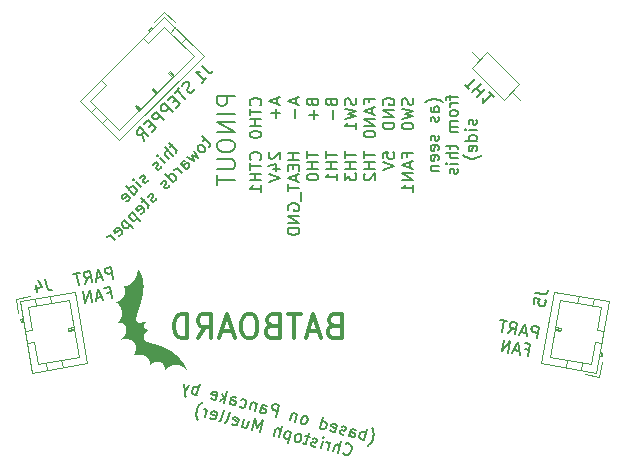
<source format=gbo>
%TF.GenerationSoftware,KiCad,Pcbnew,(6.0.1)*%
%TF.CreationDate,2022-01-25T15:54:23+01:00*%
%TF.ProjectId,v0_miniAB_batboard,76305f6d-696e-4694-9142-5f626174626f,rev?*%
%TF.SameCoordinates,Original*%
%TF.FileFunction,Legend,Bot*%
%TF.FilePolarity,Positive*%
%FSLAX46Y46*%
G04 Gerber Fmt 4.6, Leading zero omitted, Abs format (unit mm)*
G04 Created by KiCad (PCBNEW (6.0.1)) date 2022-01-25 15:54:23*
%MOMM*%
%LPD*%
G01*
G04 APERTURE LIST*
%ADD10C,0.150000*%
%ADD11C,0.300000*%
%ADD12C,0.120000*%
G04 APERTURE END LIST*
D10*
X82986323Y-102379862D02*
X82812674Y-101395054D01*
X82437510Y-101461206D01*
X82351987Y-101524640D01*
X82313361Y-101579804D01*
X82283003Y-101681864D01*
X82307810Y-101822551D01*
X82371243Y-101908073D01*
X82426408Y-101946700D01*
X82528468Y-101977058D01*
X82903633Y-101910906D01*
X81998797Y-102263868D02*
X81529841Y-102346557D01*
X82142202Y-102528703D02*
X81640284Y-101601778D01*
X81485663Y-102644469D01*
X80594647Y-102801579D02*
X80840226Y-102274740D01*
X81157394Y-102702352D02*
X80983746Y-101717544D01*
X80608581Y-101783695D01*
X80523059Y-101847129D01*
X80484432Y-101902294D01*
X80454074Y-102004354D01*
X80478881Y-102145041D01*
X80542315Y-102230563D01*
X80597479Y-102269189D01*
X80699540Y-102299547D01*
X81074704Y-102233395D01*
X80139625Y-101866385D02*
X79576878Y-101965613D01*
X80031899Y-102900807D02*
X79858251Y-101915999D01*
X82424608Y-103581854D02*
X82752878Y-103523971D01*
X82843836Y-104039823D02*
X82670188Y-103055015D01*
X82201232Y-103137705D01*
X81996997Y-103899021D02*
X81528041Y-103981711D01*
X82140402Y-104163857D02*
X81638485Y-103236932D01*
X81483864Y-104279623D01*
X81155594Y-104337505D02*
X80981946Y-103352698D01*
X80592847Y-104436733D01*
X80419199Y-103451925D01*
X104500073Y-116527920D02*
X104558394Y-116494248D01*
X104687361Y-116380908D01*
X104758007Y-116301240D01*
X104840977Y-116175575D01*
X104948597Y-115957918D01*
X104997896Y-115773932D01*
X105013523Y-115531625D01*
X105004501Y-115381311D01*
X104983154Y-115276993D01*
X104928135Y-115114354D01*
X104894463Y-115056033D01*
X104230699Y-116061351D02*
X104489518Y-115095425D01*
X104390920Y-115463396D02*
X104311252Y-115392751D01*
X104127266Y-115343452D01*
X104022948Y-115364799D01*
X103964627Y-115398471D01*
X103893981Y-115478139D01*
X103820033Y-115754118D01*
X103841380Y-115858435D01*
X103875052Y-115916756D01*
X103954720Y-115987402D01*
X104138706Y-116036701D01*
X104243023Y-116015354D01*
X102942797Y-115716259D02*
X103078369Y-115210297D01*
X103149015Y-115130629D01*
X103253333Y-115109282D01*
X103437319Y-115158581D01*
X103516987Y-115229227D01*
X102955122Y-115670262D02*
X103034790Y-115740908D01*
X103264773Y-115802532D01*
X103369090Y-115781184D01*
X103439736Y-115701516D01*
X103464386Y-115609523D01*
X103443039Y-115505206D01*
X103363370Y-115434560D01*
X103133388Y-115372936D01*
X103053720Y-115302290D01*
X102541154Y-115559340D02*
X102436836Y-115580687D01*
X102252850Y-115531388D01*
X102173182Y-115460742D01*
X102151835Y-115356424D01*
X102164160Y-115310428D01*
X102234806Y-115230760D01*
X102339123Y-115209412D01*
X102477113Y-115246387D01*
X102581431Y-115225040D01*
X102652076Y-115145371D01*
X102664401Y-115099375D01*
X102643054Y-114995057D01*
X102563386Y-114924411D01*
X102425396Y-114887437D01*
X102321079Y-114908784D01*
X101345246Y-115238897D02*
X101424914Y-115309543D01*
X101608900Y-115358842D01*
X101713218Y-115337495D01*
X101783863Y-115257826D01*
X101882461Y-114889855D01*
X101861114Y-114785537D01*
X101781446Y-114714891D01*
X101597460Y-114665592D01*
X101493142Y-114686939D01*
X101422496Y-114766608D01*
X101397847Y-114858601D01*
X101833162Y-115073841D01*
X100458988Y-115050724D02*
X100717807Y-114084798D01*
X100471313Y-115004727D02*
X100550981Y-115075373D01*
X100734967Y-115124672D01*
X100839285Y-115103325D01*
X100897606Y-115069653D01*
X100968252Y-114989985D01*
X101042200Y-114714006D01*
X101020853Y-114609689D01*
X100987181Y-114551367D01*
X100907513Y-114480722D01*
X100723527Y-114431423D01*
X100619210Y-114452770D01*
X99125091Y-114693307D02*
X99229408Y-114671960D01*
X99287729Y-114638288D01*
X99358375Y-114558620D01*
X99432324Y-114282641D01*
X99410977Y-114178324D01*
X99377305Y-114120002D01*
X99297637Y-114049356D01*
X99159647Y-114012382D01*
X99055330Y-114033729D01*
X98997008Y-114067401D01*
X98926363Y-114147069D01*
X98852414Y-114423048D01*
X98873761Y-114527366D01*
X98907433Y-114585687D01*
X98987101Y-114656333D01*
X99125091Y-114693307D01*
X98561693Y-113852161D02*
X98389147Y-114496112D01*
X98537044Y-113944154D02*
X98503372Y-113885833D01*
X98423704Y-113815187D01*
X98285714Y-113778213D01*
X98181397Y-113799560D01*
X98110751Y-113879228D01*
X97975179Y-114385189D01*
X96779271Y-114064747D02*
X97038090Y-113098821D01*
X96670118Y-113000223D01*
X96565800Y-113021570D01*
X96507479Y-113055242D01*
X96436833Y-113134910D01*
X96399859Y-113272899D01*
X96421206Y-113377217D01*
X96454878Y-113435538D01*
X96534546Y-113506184D01*
X96902518Y-113604782D01*
X95399377Y-113695005D02*
X95534949Y-113189044D01*
X95605595Y-113109376D01*
X95709912Y-113088029D01*
X95893898Y-113137327D01*
X95973566Y-113207973D01*
X95411701Y-113649009D02*
X95491370Y-113719654D01*
X95721352Y-113781278D01*
X95825670Y-113759931D01*
X95896316Y-113680263D01*
X95920965Y-113588270D01*
X95899618Y-113483952D01*
X95819950Y-113413306D01*
X95589967Y-113351683D01*
X95510299Y-113281037D01*
X95111958Y-112927807D02*
X94939412Y-113571758D01*
X95087309Y-113019800D02*
X95053637Y-112961479D01*
X94973969Y-112890833D01*
X94835979Y-112853859D01*
X94731662Y-112875206D01*
X94661016Y-112954874D01*
X94525444Y-113460835D01*
X93663836Y-113180669D02*
X93743504Y-113251315D01*
X93927490Y-113300614D01*
X94031807Y-113279267D01*
X94090129Y-113245595D01*
X94160774Y-113165927D01*
X94234723Y-112889948D01*
X94213376Y-112785631D01*
X94179704Y-112727309D01*
X94100036Y-112656664D01*
X93916050Y-112607365D01*
X93811732Y-112628712D01*
X92823575Y-113004821D02*
X92959146Y-112498860D01*
X93029792Y-112419192D01*
X93134110Y-112397844D01*
X93318096Y-112447143D01*
X93397764Y-112517789D01*
X92835899Y-112958824D02*
X92915567Y-113029470D01*
X93145550Y-113091094D01*
X93249867Y-113069747D01*
X93320513Y-112990079D01*
X93345163Y-112898086D01*
X93323816Y-112793768D01*
X93244148Y-112723122D01*
X93014165Y-112661499D01*
X92934497Y-112590853D01*
X92363610Y-112881574D02*
X92622429Y-111915648D01*
X92370215Y-112488953D02*
X91995638Y-112782976D01*
X92168184Y-112139025D02*
X92437558Y-112605595D01*
X91226023Y-112527459D02*
X91305691Y-112598105D01*
X91489677Y-112647404D01*
X91593995Y-112626057D01*
X91664641Y-112546389D01*
X91763238Y-112178417D01*
X91741891Y-112074099D01*
X91662223Y-112003454D01*
X91478237Y-111954155D01*
X91373919Y-111975502D01*
X91303274Y-112055170D01*
X91278624Y-112147163D01*
X91713939Y-112362403D01*
X90017790Y-112253013D02*
X90276609Y-111287087D01*
X90178011Y-111655059D02*
X90098343Y-111584413D01*
X89914357Y-111535114D01*
X89810040Y-111556461D01*
X89751718Y-111590133D01*
X89681072Y-111669801D01*
X89607124Y-111945780D01*
X89628471Y-112050098D01*
X89662143Y-112108419D01*
X89741811Y-112179065D01*
X89925797Y-112228364D01*
X90030115Y-112207017D01*
X89408396Y-111399542D02*
X89005868Y-111981869D01*
X88948431Y-111276295D02*
X89005868Y-111981869D01*
X89036237Y-112236501D01*
X89069909Y-112294822D01*
X89149577Y-112365468D01*
X102435757Y-117148595D02*
X102469428Y-117206916D01*
X102595093Y-117289887D01*
X102687086Y-117314536D01*
X102837400Y-117305514D01*
X102954043Y-117238170D01*
X103024688Y-117158502D01*
X103119984Y-116986841D01*
X103156958Y-116848851D01*
X103160260Y-116652541D01*
X103138913Y-116548223D01*
X103071570Y-116431581D01*
X102945905Y-116348610D01*
X102853912Y-116323961D01*
X102703598Y-116332983D01*
X102645277Y-116366655D01*
X101997139Y-117129665D02*
X102255958Y-116163739D01*
X101583171Y-117018743D02*
X101718743Y-116512782D01*
X101789389Y-116433113D01*
X101893706Y-116411766D01*
X102031696Y-116448741D01*
X102111364Y-116519386D01*
X102145036Y-116577708D01*
X101123206Y-116895496D02*
X101295752Y-116251545D01*
X101246453Y-116435531D02*
X101225106Y-116331213D01*
X101191435Y-116272892D01*
X101111766Y-116202246D01*
X101019773Y-116177597D01*
X100525252Y-116735274D02*
X100697798Y-116091324D01*
X100784071Y-115769349D02*
X100817743Y-115827670D01*
X100759422Y-115861341D01*
X100725750Y-115803020D01*
X100784071Y-115769349D01*
X100759422Y-115861341D01*
X100123609Y-116578355D02*
X100019291Y-116599702D01*
X99835305Y-116550404D01*
X99755637Y-116479758D01*
X99734290Y-116375440D01*
X99746615Y-116329444D01*
X99817260Y-116249775D01*
X99921578Y-116228428D01*
X100059568Y-116265402D01*
X100163885Y-116244055D01*
X100234531Y-116164387D01*
X100246856Y-116118391D01*
X100225509Y-116014073D01*
X100145841Y-115943427D01*
X100007851Y-115906453D01*
X99903533Y-115927800D01*
X99593883Y-115795531D02*
X99225911Y-115696933D01*
X99542167Y-115436581D02*
X99320322Y-116264518D01*
X99249676Y-116344186D01*
X99145358Y-116365533D01*
X99053365Y-116340883D01*
X98593400Y-116217636D02*
X98697718Y-116196289D01*
X98756039Y-116162617D01*
X98826685Y-116082949D01*
X98900633Y-115806970D01*
X98879286Y-115702653D01*
X98845615Y-115644332D01*
X98765946Y-115573686D01*
X98627957Y-115536712D01*
X98523639Y-115558059D01*
X98465318Y-115591730D01*
X98394672Y-115671399D01*
X98320724Y-115947377D01*
X98342071Y-116051695D01*
X98375743Y-116110016D01*
X98455411Y-116180662D01*
X98593400Y-116217636D01*
X98030003Y-115376490D02*
X97771184Y-116342416D01*
X98017678Y-115422487D02*
X97938010Y-115351841D01*
X97754024Y-115302542D01*
X97649707Y-115323889D01*
X97591385Y-115357561D01*
X97520739Y-115437229D01*
X97446791Y-115713208D01*
X97468138Y-115817525D01*
X97501810Y-115875847D01*
X97581478Y-115946492D01*
X97765464Y-115995791D01*
X97869782Y-115974444D01*
X96983524Y-115786271D02*
X97242343Y-114820345D01*
X96569556Y-115675349D02*
X96705128Y-115169388D01*
X96775774Y-115089719D01*
X96880091Y-115068372D01*
X97018081Y-115105346D01*
X97097749Y-115175992D01*
X97131421Y-115234314D01*
X95373648Y-115354906D02*
X95632467Y-114388980D01*
X95125621Y-114992654D01*
X94988516Y-114216434D01*
X94729697Y-115182360D01*
X94028310Y-114304240D02*
X93855764Y-114948190D01*
X94442278Y-114415162D02*
X94306707Y-114921124D01*
X94236061Y-115000792D01*
X94131743Y-115022139D01*
X93993754Y-114985165D01*
X93914085Y-114914519D01*
X93880414Y-114856198D01*
X93040153Y-114680349D02*
X93119821Y-114750995D01*
X93303807Y-114800294D01*
X93408124Y-114778947D01*
X93478770Y-114699279D01*
X93577368Y-114331307D01*
X93556021Y-114226989D01*
X93476353Y-114156343D01*
X93292367Y-114107044D01*
X93188049Y-114128391D01*
X93117403Y-114208060D01*
X93092754Y-114300053D01*
X93528069Y-114515293D01*
X92429874Y-114566124D02*
X92534191Y-114544777D01*
X92604837Y-114465109D01*
X92826682Y-113637173D01*
X91923913Y-114430552D02*
X92028230Y-114409205D01*
X92098876Y-114329537D01*
X92320721Y-113501601D01*
X91200294Y-114187360D02*
X91279962Y-114258006D01*
X91463948Y-114307305D01*
X91568266Y-114285958D01*
X91638911Y-114206290D01*
X91737509Y-113838318D01*
X91716162Y-113734001D01*
X91636494Y-113663355D01*
X91452508Y-113614056D01*
X91348190Y-113635403D01*
X91277545Y-113715071D01*
X91252895Y-113807064D01*
X91688210Y-114022304D01*
X90728004Y-114110110D02*
X90900550Y-113466159D01*
X90851252Y-113650145D02*
X90829905Y-113545827D01*
X90796233Y-113487506D01*
X90716565Y-113416860D01*
X90624572Y-113392211D01*
X90123446Y-114342510D02*
X90089774Y-114284188D01*
X90034755Y-114121550D01*
X90013408Y-114017232D01*
X90004386Y-113866918D01*
X90020013Y-113624611D01*
X90069312Y-113440625D01*
X90176932Y-113222967D01*
X90259902Y-113097303D01*
X90330548Y-113017634D01*
X90459515Y-112904294D01*
X90517836Y-112870623D01*
X88054637Y-91003874D02*
X87785263Y-91273248D01*
X87717919Y-90869187D02*
X88324011Y-91475279D01*
X88357683Y-91576294D01*
X88324011Y-91677309D01*
X88256667Y-91744653D01*
X88020965Y-91980355D02*
X87313858Y-91273248D01*
X87717919Y-92283401D02*
X87347530Y-91913012D01*
X87313858Y-91811996D01*
X87347530Y-91710981D01*
X87448545Y-91609966D01*
X87549561Y-91576294D01*
X87616904Y-91576294D01*
X87381202Y-92620118D02*
X86909797Y-92148714D01*
X86674095Y-91913012D02*
X86741439Y-91913012D01*
X86741439Y-91980355D01*
X86674095Y-91980355D01*
X86674095Y-91913012D01*
X86741439Y-91980355D01*
X87044484Y-92889492D02*
X87010813Y-92990508D01*
X86876126Y-93125195D01*
X86775110Y-93158866D01*
X86674095Y-93125195D01*
X86640423Y-93091523D01*
X86606752Y-92990508D01*
X86640423Y-92889492D01*
X86741439Y-92788477D01*
X86775110Y-92687462D01*
X86741439Y-92586447D01*
X86707767Y-92552775D01*
X86606752Y-92519103D01*
X86505736Y-92552775D01*
X86404721Y-92653790D01*
X86371049Y-92754805D01*
X85933317Y-94000660D02*
X85899645Y-94101675D01*
X85764958Y-94236362D01*
X85663943Y-94270034D01*
X85562927Y-94236362D01*
X85529256Y-94202691D01*
X85495584Y-94101675D01*
X85529256Y-94000660D01*
X85630271Y-93899645D01*
X85663943Y-93798630D01*
X85630271Y-93697614D01*
X85596599Y-93663943D01*
X85495584Y-93630271D01*
X85394569Y-93663943D01*
X85293553Y-93764958D01*
X85259882Y-93865973D01*
X85360897Y-94640423D02*
X84889492Y-94169019D01*
X84653790Y-93933317D02*
X84721134Y-93933317D01*
X84721134Y-94000660D01*
X84653790Y-94000660D01*
X84653790Y-93933317D01*
X84721134Y-94000660D01*
X84721134Y-95280187D02*
X84014027Y-94573080D01*
X84687462Y-95246515D02*
X84788477Y-95212843D01*
X84923164Y-95078156D01*
X84956836Y-94977141D01*
X84956836Y-94909797D01*
X84923164Y-94808782D01*
X84721134Y-94606752D01*
X84620118Y-94573080D01*
X84552775Y-94573080D01*
X84451760Y-94606752D01*
X84317073Y-94741439D01*
X84283401Y-94842454D01*
X84081370Y-95852606D02*
X84182386Y-95818935D01*
X84317073Y-95684248D01*
X84350744Y-95583232D01*
X84317073Y-95482217D01*
X84047699Y-95212843D01*
X83946683Y-95179171D01*
X83845668Y-95212843D01*
X83710981Y-95347530D01*
X83677309Y-95448545D01*
X83710981Y-95549561D01*
X83778325Y-95616904D01*
X84182386Y-95347530D01*
X90859831Y-90475565D02*
X90590457Y-90744939D01*
X90523113Y-90340878D02*
X91129205Y-90946969D01*
X91162876Y-91047984D01*
X91129205Y-91149000D01*
X91061861Y-91216343D01*
X90725144Y-91553061D02*
X90758815Y-91452045D01*
X90758815Y-91384702D01*
X90725144Y-91283687D01*
X90523113Y-91081656D01*
X90422098Y-91047984D01*
X90354754Y-91047984D01*
X90253739Y-91081656D01*
X90152724Y-91182671D01*
X90119052Y-91283687D01*
X90119052Y-91351030D01*
X90152724Y-91452045D01*
X90354754Y-91654076D01*
X90455770Y-91687748D01*
X90523113Y-91687748D01*
X90624128Y-91654076D01*
X90725144Y-91553061D01*
X89782335Y-91553061D02*
X90119052Y-92159152D01*
X89647648Y-91957122D01*
X89849678Y-92428526D01*
X89243587Y-92091809D01*
X89142571Y-93135633D02*
X88772182Y-92765244D01*
X88738510Y-92664228D01*
X88772182Y-92563213D01*
X88906869Y-92428526D01*
X89007884Y-92394854D01*
X89108900Y-93101961D02*
X89209915Y-93068289D01*
X89378274Y-92899931D01*
X89411945Y-92798915D01*
X89378274Y-92697900D01*
X89310930Y-92630557D01*
X89209915Y-92596885D01*
X89108900Y-92630557D01*
X88940541Y-92798915D01*
X88839526Y-92832587D01*
X88805854Y-93472350D02*
X88334449Y-93000946D01*
X88469136Y-93135633D02*
X88368121Y-93101961D01*
X88300778Y-93101961D01*
X88199762Y-93135633D01*
X88132419Y-93202976D01*
X88065075Y-94213129D02*
X87357969Y-93506022D01*
X88031404Y-94179457D02*
X88132419Y-94145785D01*
X88267106Y-94011098D01*
X88300778Y-93910083D01*
X88300778Y-93842740D01*
X88267106Y-93741724D01*
X88065075Y-93539694D01*
X87964060Y-93506022D01*
X87896717Y-93506022D01*
X87795701Y-93539694D01*
X87661014Y-93674381D01*
X87627343Y-93775396D01*
X87728358Y-94482503D02*
X87694686Y-94583518D01*
X87559999Y-94718205D01*
X87458984Y-94751877D01*
X87357969Y-94718205D01*
X87324297Y-94684533D01*
X87290625Y-94583518D01*
X87324297Y-94482503D01*
X87425312Y-94381488D01*
X87458984Y-94280472D01*
X87425312Y-94179457D01*
X87391640Y-94145785D01*
X87290625Y-94112114D01*
X87189610Y-94145785D01*
X87088595Y-94246801D01*
X87054923Y-94347816D01*
X86617190Y-95593671D02*
X86583518Y-95694686D01*
X86448831Y-95829373D01*
X86347816Y-95863045D01*
X86246801Y-95829373D01*
X86213129Y-95795701D01*
X86179457Y-95694686D01*
X86213129Y-95593671D01*
X86314144Y-95492656D01*
X86347816Y-95391640D01*
X86314144Y-95290625D01*
X86280472Y-95256953D01*
X86179457Y-95223282D01*
X86078442Y-95256953D01*
X85977427Y-95357969D01*
X85943755Y-95458984D01*
X85674381Y-95661014D02*
X85405007Y-95930388D01*
X85337663Y-95526327D02*
X85943755Y-96132419D01*
X85977427Y-96233434D01*
X85943755Y-96334449D01*
X85876411Y-96401793D01*
X85337663Y-96873197D02*
X85438679Y-96839526D01*
X85573366Y-96704839D01*
X85607037Y-96603823D01*
X85573366Y-96502808D01*
X85303992Y-96233434D01*
X85202976Y-96199762D01*
X85101961Y-96233434D01*
X84967274Y-96368121D01*
X84933602Y-96469136D01*
X84967274Y-96570152D01*
X85034618Y-96637495D01*
X85438679Y-96368121D01*
X84563213Y-96772182D02*
X85270320Y-97479289D01*
X84596885Y-96805854D02*
X84495870Y-96839526D01*
X84361183Y-96974213D01*
X84327511Y-97075228D01*
X84327511Y-97142571D01*
X84361183Y-97243587D01*
X84563213Y-97445617D01*
X84664228Y-97479289D01*
X84731572Y-97479289D01*
X84832587Y-97445617D01*
X84967274Y-97310930D01*
X85000946Y-97209915D01*
X83923450Y-97411945D02*
X84630557Y-98119052D01*
X83957122Y-97445617D02*
X83856106Y-97479289D01*
X83721419Y-97613976D01*
X83687748Y-97714991D01*
X83687748Y-97782335D01*
X83721419Y-97883350D01*
X83923450Y-98085380D01*
X84024465Y-98119052D01*
X84091809Y-98119052D01*
X84192824Y-98085380D01*
X84327511Y-97950693D01*
X84361183Y-97849678D01*
X83452045Y-98758815D02*
X83553061Y-98725144D01*
X83687748Y-98590457D01*
X83721419Y-98489441D01*
X83687748Y-98388426D01*
X83418374Y-98119052D01*
X83317358Y-98085380D01*
X83216343Y-98119052D01*
X83081656Y-98253739D01*
X83047984Y-98354754D01*
X83081656Y-98455770D01*
X83149000Y-98523113D01*
X83553061Y-98253739D01*
X83149000Y-99129205D02*
X82677595Y-98657800D01*
X82812282Y-98792487D02*
X82711267Y-98758815D01*
X82643923Y-98758815D01*
X82542908Y-98792487D01*
X82475565Y-98859831D01*
D11*
X101630952Y-106357142D02*
X101345238Y-106452380D01*
X101250000Y-106547619D01*
X101154761Y-106738095D01*
X101154761Y-107023809D01*
X101250000Y-107214285D01*
X101345238Y-107309523D01*
X101535714Y-107404761D01*
X102297619Y-107404761D01*
X102297619Y-105404761D01*
X101630952Y-105404761D01*
X101440476Y-105500000D01*
X101345238Y-105595238D01*
X101250000Y-105785714D01*
X101250000Y-105976190D01*
X101345238Y-106166666D01*
X101440476Y-106261904D01*
X101630952Y-106357142D01*
X102297619Y-106357142D01*
X100392857Y-106833333D02*
X99440476Y-106833333D01*
X100583333Y-107404761D02*
X99916666Y-105404761D01*
X99250000Y-107404761D01*
X98869047Y-105404761D02*
X97726190Y-105404761D01*
X98297619Y-107404761D02*
X98297619Y-105404761D01*
X96392857Y-106357142D02*
X96107142Y-106452380D01*
X96011904Y-106547619D01*
X95916666Y-106738095D01*
X95916666Y-107023809D01*
X96011904Y-107214285D01*
X96107142Y-107309523D01*
X96297619Y-107404761D01*
X97059523Y-107404761D01*
X97059523Y-105404761D01*
X96392857Y-105404761D01*
X96202380Y-105500000D01*
X96107142Y-105595238D01*
X96011904Y-105785714D01*
X96011904Y-105976190D01*
X96107142Y-106166666D01*
X96202380Y-106261904D01*
X96392857Y-106357142D01*
X97059523Y-106357142D01*
X94678571Y-105404761D02*
X94297619Y-105404761D01*
X94107142Y-105500000D01*
X93916666Y-105690476D01*
X93821428Y-106071428D01*
X93821428Y-106738095D01*
X93916666Y-107119047D01*
X94107142Y-107309523D01*
X94297619Y-107404761D01*
X94678571Y-107404761D01*
X94869047Y-107309523D01*
X95059523Y-107119047D01*
X95154761Y-106738095D01*
X95154761Y-106071428D01*
X95059523Y-105690476D01*
X94869047Y-105500000D01*
X94678571Y-105404761D01*
X93059523Y-106833333D02*
X92107142Y-106833333D01*
X93250000Y-107404761D02*
X92583333Y-105404761D01*
X91916666Y-107404761D01*
X90107142Y-107404761D02*
X90773809Y-106452380D01*
X91250000Y-107404761D02*
X91250000Y-105404761D01*
X90488095Y-105404761D01*
X90297619Y-105500000D01*
X90202380Y-105595238D01*
X90107142Y-105785714D01*
X90107142Y-106071428D01*
X90202380Y-106261904D01*
X90297619Y-106357142D01*
X90488095Y-106452380D01*
X91250000Y-106452380D01*
X89250000Y-107404761D02*
X89250000Y-105404761D01*
X88773809Y-105404761D01*
X88488095Y-105500000D01*
X88297619Y-105690476D01*
X88202380Y-105880952D01*
X88107142Y-106261904D01*
X88107142Y-106547619D01*
X88202380Y-106928571D01*
X88297619Y-107119047D01*
X88488095Y-107309523D01*
X88773809Y-107404761D01*
X89250000Y-107404761D01*
D10*
X110898333Y-87457142D02*
X110850714Y-87409523D01*
X110707857Y-87314285D01*
X110612619Y-87266666D01*
X110469761Y-87219047D01*
X110231666Y-87171428D01*
X110041190Y-87171428D01*
X109803095Y-87219047D01*
X109660238Y-87266666D01*
X109565000Y-87314285D01*
X109422142Y-87409523D01*
X109374523Y-87457142D01*
X110517380Y-88266666D02*
X109993571Y-88266666D01*
X109898333Y-88219047D01*
X109850714Y-88123809D01*
X109850714Y-87933333D01*
X109898333Y-87838095D01*
X110469761Y-88266666D02*
X110517380Y-88171428D01*
X110517380Y-87933333D01*
X110469761Y-87838095D01*
X110374523Y-87790476D01*
X110279285Y-87790476D01*
X110184047Y-87838095D01*
X110136428Y-87933333D01*
X110136428Y-88171428D01*
X110088809Y-88266666D01*
X110469761Y-88695238D02*
X110517380Y-88790476D01*
X110517380Y-88980952D01*
X110469761Y-89076190D01*
X110374523Y-89123809D01*
X110326904Y-89123809D01*
X110231666Y-89076190D01*
X110184047Y-88980952D01*
X110184047Y-88838095D01*
X110136428Y-88742857D01*
X110041190Y-88695238D01*
X109993571Y-88695238D01*
X109898333Y-88742857D01*
X109850714Y-88838095D01*
X109850714Y-88980952D01*
X109898333Y-89076190D01*
X110469761Y-90266666D02*
X110517380Y-90361904D01*
X110517380Y-90552380D01*
X110469761Y-90647619D01*
X110374523Y-90695238D01*
X110326904Y-90695238D01*
X110231666Y-90647619D01*
X110184047Y-90552380D01*
X110184047Y-90409523D01*
X110136428Y-90314285D01*
X110041190Y-90266666D01*
X109993571Y-90266666D01*
X109898333Y-90314285D01*
X109850714Y-90409523D01*
X109850714Y-90552380D01*
X109898333Y-90647619D01*
X110469761Y-91504761D02*
X110517380Y-91409523D01*
X110517380Y-91219047D01*
X110469761Y-91123809D01*
X110374523Y-91076190D01*
X109993571Y-91076190D01*
X109898333Y-91123809D01*
X109850714Y-91219047D01*
X109850714Y-91409523D01*
X109898333Y-91504761D01*
X109993571Y-91552380D01*
X110088809Y-91552380D01*
X110184047Y-91076190D01*
X110469761Y-92361904D02*
X110517380Y-92266666D01*
X110517380Y-92076190D01*
X110469761Y-91980952D01*
X110374523Y-91933333D01*
X109993571Y-91933333D01*
X109898333Y-91980952D01*
X109850714Y-92076190D01*
X109850714Y-92266666D01*
X109898333Y-92361904D01*
X109993571Y-92409523D01*
X110088809Y-92409523D01*
X110184047Y-91933333D01*
X109850714Y-92838095D02*
X110517380Y-92838095D01*
X109945952Y-92838095D02*
X109898333Y-92885714D01*
X109850714Y-92980952D01*
X109850714Y-93123809D01*
X109898333Y-93219047D01*
X109993571Y-93266666D01*
X110517380Y-93266666D01*
X111460714Y-86838095D02*
X111460714Y-87219047D01*
X112127380Y-86980952D02*
X111270238Y-86980952D01*
X111175000Y-87028571D01*
X111127380Y-87123809D01*
X111127380Y-87219047D01*
X112127380Y-87552380D02*
X111460714Y-87552380D01*
X111651190Y-87552380D02*
X111555952Y-87600000D01*
X111508333Y-87647619D01*
X111460714Y-87742857D01*
X111460714Y-87838095D01*
X112127380Y-88314285D02*
X112079761Y-88219047D01*
X112032142Y-88171428D01*
X111936904Y-88123809D01*
X111651190Y-88123809D01*
X111555952Y-88171428D01*
X111508333Y-88219047D01*
X111460714Y-88314285D01*
X111460714Y-88457142D01*
X111508333Y-88552380D01*
X111555952Y-88600000D01*
X111651190Y-88647619D01*
X111936904Y-88647619D01*
X112032142Y-88600000D01*
X112079761Y-88552380D01*
X112127380Y-88457142D01*
X112127380Y-88314285D01*
X112127380Y-89076190D02*
X111460714Y-89076190D01*
X111555952Y-89076190D02*
X111508333Y-89123809D01*
X111460714Y-89219047D01*
X111460714Y-89361904D01*
X111508333Y-89457142D01*
X111603571Y-89504761D01*
X112127380Y-89504761D01*
X111603571Y-89504761D02*
X111508333Y-89552380D01*
X111460714Y-89647619D01*
X111460714Y-89790476D01*
X111508333Y-89885714D01*
X111603571Y-89933333D01*
X112127380Y-89933333D01*
X111460714Y-91028571D02*
X111460714Y-91409523D01*
X111127380Y-91171428D02*
X111984523Y-91171428D01*
X112079761Y-91219047D01*
X112127380Y-91314285D01*
X112127380Y-91409523D01*
X112127380Y-91742857D02*
X111127380Y-91742857D01*
X112127380Y-92171428D02*
X111603571Y-92171428D01*
X111508333Y-92123809D01*
X111460714Y-92028571D01*
X111460714Y-91885714D01*
X111508333Y-91790476D01*
X111555952Y-91742857D01*
X112127380Y-92647619D02*
X111460714Y-92647619D01*
X111127380Y-92647619D02*
X111175000Y-92600000D01*
X111222619Y-92647619D01*
X111175000Y-92695238D01*
X111127380Y-92647619D01*
X111222619Y-92647619D01*
X112079761Y-93076190D02*
X112127380Y-93171428D01*
X112127380Y-93361904D01*
X112079761Y-93457142D01*
X111984523Y-93504761D01*
X111936904Y-93504761D01*
X111841666Y-93457142D01*
X111794047Y-93361904D01*
X111794047Y-93219047D01*
X111746428Y-93123809D01*
X111651190Y-93076190D01*
X111603571Y-93076190D01*
X111508333Y-93123809D01*
X111460714Y-93219047D01*
X111460714Y-93361904D01*
X111508333Y-93457142D01*
X113689761Y-88933333D02*
X113737380Y-89028571D01*
X113737380Y-89219047D01*
X113689761Y-89314285D01*
X113594523Y-89361904D01*
X113546904Y-89361904D01*
X113451666Y-89314285D01*
X113404047Y-89219047D01*
X113404047Y-89076190D01*
X113356428Y-88980952D01*
X113261190Y-88933333D01*
X113213571Y-88933333D01*
X113118333Y-88980952D01*
X113070714Y-89076190D01*
X113070714Y-89219047D01*
X113118333Y-89314285D01*
X113737380Y-89790476D02*
X113070714Y-89790476D01*
X112737380Y-89790476D02*
X112785000Y-89742857D01*
X112832619Y-89790476D01*
X112785000Y-89838095D01*
X112737380Y-89790476D01*
X112832619Y-89790476D01*
X113737380Y-90695238D02*
X112737380Y-90695238D01*
X113689761Y-90695238D02*
X113737380Y-90600000D01*
X113737380Y-90409523D01*
X113689761Y-90314285D01*
X113642142Y-90266666D01*
X113546904Y-90219047D01*
X113261190Y-90219047D01*
X113165952Y-90266666D01*
X113118333Y-90314285D01*
X113070714Y-90409523D01*
X113070714Y-90600000D01*
X113118333Y-90695238D01*
X113689761Y-91552380D02*
X113737380Y-91457142D01*
X113737380Y-91266666D01*
X113689761Y-91171428D01*
X113594523Y-91123809D01*
X113213571Y-91123809D01*
X113118333Y-91171428D01*
X113070714Y-91266666D01*
X113070714Y-91457142D01*
X113118333Y-91552380D01*
X113213571Y-91600000D01*
X113308809Y-91600000D01*
X113404047Y-91123809D01*
X114118333Y-91933333D02*
X114070714Y-91980952D01*
X113927857Y-92076190D01*
X113832619Y-92123809D01*
X113689761Y-92171428D01*
X113451666Y-92219047D01*
X113261190Y-92219047D01*
X113023095Y-92171428D01*
X112880238Y-92123809D01*
X112785000Y-92076190D01*
X112642142Y-91980952D01*
X112594523Y-91933333D01*
X93278571Y-86921428D02*
X91778571Y-86921428D01*
X91778571Y-87492857D01*
X91850000Y-87635714D01*
X91921428Y-87707142D01*
X92064285Y-87778571D01*
X92278571Y-87778571D01*
X92421428Y-87707142D01*
X92492857Y-87635714D01*
X92564285Y-87492857D01*
X92564285Y-86921428D01*
X93278571Y-88421428D02*
X91778571Y-88421428D01*
X93278571Y-89135714D02*
X91778571Y-89135714D01*
X93278571Y-89992857D01*
X91778571Y-89992857D01*
X91778571Y-90992857D02*
X91778571Y-91278571D01*
X91850000Y-91421428D01*
X91992857Y-91564285D01*
X92278571Y-91635714D01*
X92778571Y-91635714D01*
X93064285Y-91564285D01*
X93207142Y-91421428D01*
X93278571Y-91278571D01*
X93278571Y-90992857D01*
X93207142Y-90850000D01*
X93064285Y-90707142D01*
X92778571Y-90635714D01*
X92278571Y-90635714D01*
X91992857Y-90707142D01*
X91850000Y-90850000D01*
X91778571Y-90992857D01*
X91778571Y-92278571D02*
X92992857Y-92278571D01*
X93135714Y-92350000D01*
X93207142Y-92421428D01*
X93278571Y-92564285D01*
X93278571Y-92850000D01*
X93207142Y-92992857D01*
X93135714Y-93064285D01*
X92992857Y-93135714D01*
X91778571Y-93135714D01*
X91778571Y-93635714D02*
X91778571Y-94492857D01*
X93278571Y-94064285D02*
X91778571Y-94064285D01*
X118808786Y-107425613D02*
X118982435Y-106440806D01*
X118607270Y-106374654D01*
X118505210Y-106405012D01*
X118450045Y-106443638D01*
X118386611Y-106529161D01*
X118361805Y-106669847D01*
X118392162Y-106771908D01*
X118430789Y-106827072D01*
X118516311Y-106890506D01*
X118891476Y-106956657D01*
X117920488Y-106978861D02*
X117451532Y-106896171D01*
X117964665Y-107276772D02*
X117810044Y-106234082D01*
X117308127Y-107161007D01*
X116417110Y-107003896D02*
X116828069Y-106592823D01*
X116979858Y-107103124D02*
X117153506Y-106118316D01*
X116778341Y-106052165D01*
X116676281Y-106082522D01*
X116621116Y-106121149D01*
X116557683Y-106206671D01*
X116532876Y-106347358D01*
X116563234Y-106449418D01*
X116601860Y-106504583D01*
X116687382Y-106568016D01*
X117062547Y-106634168D01*
X116309385Y-105969475D02*
X115746638Y-105870247D01*
X115854363Y-106904669D02*
X116028011Y-105919861D01*
X117869841Y-108362998D02*
X118198111Y-108420881D01*
X118107152Y-108936733D02*
X118280800Y-107951925D01*
X117811844Y-107869235D01*
X117359540Y-108514787D02*
X116890584Y-108432097D01*
X117403718Y-108812698D02*
X117249097Y-107770008D01*
X116747179Y-108696933D01*
X116418910Y-108639050D02*
X116592558Y-107654242D01*
X115856163Y-108539823D01*
X116029811Y-107555015D01*
X95417142Y-92307023D02*
X95464761Y-92259404D01*
X95512380Y-92116547D01*
X95512380Y-92021309D01*
X95464761Y-91878452D01*
X95369523Y-91783214D01*
X95274285Y-91735595D01*
X95083809Y-91687976D01*
X94940952Y-91687976D01*
X94750476Y-91735595D01*
X94655238Y-91783214D01*
X94560000Y-91878452D01*
X94512380Y-92021309D01*
X94512380Y-92116547D01*
X94560000Y-92259404D01*
X94607619Y-92307023D01*
X94512380Y-92592738D02*
X94512380Y-93164166D01*
X95512380Y-92878452D02*
X94512380Y-92878452D01*
X95512380Y-93497500D02*
X94512380Y-93497500D01*
X94988571Y-93497500D02*
X94988571Y-94068928D01*
X95512380Y-94068928D02*
X94512380Y-94068928D01*
X95512380Y-95068928D02*
X95512380Y-94497500D01*
X95512380Y-94783214D02*
X94512380Y-94783214D01*
X94655238Y-94687976D01*
X94750476Y-94592738D01*
X94798095Y-94497500D01*
X96217619Y-91687976D02*
X96170000Y-91735595D01*
X96122380Y-91830833D01*
X96122380Y-92068928D01*
X96170000Y-92164166D01*
X96217619Y-92211785D01*
X96312857Y-92259404D01*
X96408095Y-92259404D01*
X96550952Y-92211785D01*
X97122380Y-91640357D01*
X97122380Y-92259404D01*
X96455714Y-93116547D02*
X97122380Y-93116547D01*
X96074761Y-92878452D02*
X96789047Y-92640357D01*
X96789047Y-93259404D01*
X96122380Y-93497500D02*
X97122380Y-93830833D01*
X96122380Y-94164166D01*
X98732380Y-91735595D02*
X97732380Y-91735595D01*
X98208571Y-91735595D02*
X98208571Y-92307023D01*
X98732380Y-92307023D02*
X97732380Y-92307023D01*
X98208571Y-92783214D02*
X98208571Y-93116547D01*
X98732380Y-93259404D02*
X98732380Y-92783214D01*
X97732380Y-92783214D01*
X97732380Y-93259404D01*
X98446666Y-93640357D02*
X98446666Y-94116547D01*
X98732380Y-93545119D02*
X97732380Y-93878452D01*
X98732380Y-94211785D01*
X97732380Y-94402261D02*
X97732380Y-94973690D01*
X98732380Y-94687976D02*
X97732380Y-94687976D01*
X98827619Y-95068928D02*
X98827619Y-95830833D01*
X97780000Y-96592738D02*
X97732380Y-96497500D01*
X97732380Y-96354642D01*
X97780000Y-96211785D01*
X97875238Y-96116547D01*
X97970476Y-96068928D01*
X98160952Y-96021309D01*
X98303809Y-96021309D01*
X98494285Y-96068928D01*
X98589523Y-96116547D01*
X98684761Y-96211785D01*
X98732380Y-96354642D01*
X98732380Y-96449880D01*
X98684761Y-96592738D01*
X98637142Y-96640357D01*
X98303809Y-96640357D01*
X98303809Y-96449880D01*
X98732380Y-97068928D02*
X97732380Y-97068928D01*
X98732380Y-97640357D01*
X97732380Y-97640357D01*
X98732380Y-98116547D02*
X97732380Y-98116547D01*
X97732380Y-98354642D01*
X97780000Y-98497500D01*
X97875238Y-98592738D01*
X97970476Y-98640357D01*
X98160952Y-98687976D01*
X98303809Y-98687976D01*
X98494285Y-98640357D01*
X98589523Y-98592738D01*
X98684761Y-98497500D01*
X98732380Y-98354642D01*
X98732380Y-98116547D01*
X99342380Y-91592738D02*
X99342380Y-92164166D01*
X100342380Y-91878452D02*
X99342380Y-91878452D01*
X100342380Y-92497500D02*
X99342380Y-92497500D01*
X99818571Y-92497500D02*
X99818571Y-93068928D01*
X100342380Y-93068928D02*
X99342380Y-93068928D01*
X99342380Y-93735595D02*
X99342380Y-93830833D01*
X99390000Y-93926071D01*
X99437619Y-93973690D01*
X99532857Y-94021309D01*
X99723333Y-94068928D01*
X99961428Y-94068928D01*
X100151904Y-94021309D01*
X100247142Y-93973690D01*
X100294761Y-93926071D01*
X100342380Y-93830833D01*
X100342380Y-93735595D01*
X100294761Y-93640357D01*
X100247142Y-93592738D01*
X100151904Y-93545119D01*
X99961428Y-93497500D01*
X99723333Y-93497500D01*
X99532857Y-93545119D01*
X99437619Y-93592738D01*
X99390000Y-93640357D01*
X99342380Y-93735595D01*
X100952380Y-91592738D02*
X100952380Y-92164166D01*
X101952380Y-91878452D02*
X100952380Y-91878452D01*
X101952380Y-92497500D02*
X100952380Y-92497500D01*
X101428571Y-92497500D02*
X101428571Y-93068928D01*
X101952380Y-93068928D02*
X100952380Y-93068928D01*
X101952380Y-94068928D02*
X101952380Y-93497500D01*
X101952380Y-93783214D02*
X100952380Y-93783214D01*
X101095238Y-93687976D01*
X101190476Y-93592738D01*
X101238095Y-93497500D01*
X102562380Y-91592738D02*
X102562380Y-92164166D01*
X103562380Y-91878452D02*
X102562380Y-91878452D01*
X103562380Y-92497500D02*
X102562380Y-92497500D01*
X103038571Y-92497500D02*
X103038571Y-93068928D01*
X103562380Y-93068928D02*
X102562380Y-93068928D01*
X102562380Y-93449880D02*
X102562380Y-94068928D01*
X102943333Y-93735595D01*
X102943333Y-93878452D01*
X102990952Y-93973690D01*
X103038571Y-94021309D01*
X103133809Y-94068928D01*
X103371904Y-94068928D01*
X103467142Y-94021309D01*
X103514761Y-93973690D01*
X103562380Y-93878452D01*
X103562380Y-93592738D01*
X103514761Y-93497500D01*
X103467142Y-93449880D01*
X104172380Y-91592738D02*
X104172380Y-92164166D01*
X105172380Y-91878452D02*
X104172380Y-91878452D01*
X105172380Y-92497500D02*
X104172380Y-92497500D01*
X104648571Y-92497500D02*
X104648571Y-93068928D01*
X105172380Y-93068928D02*
X104172380Y-93068928D01*
X104267619Y-93497500D02*
X104220000Y-93545119D01*
X104172380Y-93640357D01*
X104172380Y-93878452D01*
X104220000Y-93973690D01*
X104267619Y-94021309D01*
X104362857Y-94068928D01*
X104458095Y-94068928D01*
X104600952Y-94021309D01*
X105172380Y-93449880D01*
X105172380Y-94068928D01*
X105782380Y-92211785D02*
X105782380Y-91735595D01*
X106258571Y-91687976D01*
X106210952Y-91735595D01*
X106163333Y-91830833D01*
X106163333Y-92068928D01*
X106210952Y-92164166D01*
X106258571Y-92211785D01*
X106353809Y-92259404D01*
X106591904Y-92259404D01*
X106687142Y-92211785D01*
X106734761Y-92164166D01*
X106782380Y-92068928D01*
X106782380Y-91830833D01*
X106734761Y-91735595D01*
X106687142Y-91687976D01*
X105782380Y-92545119D02*
X106782380Y-92878452D01*
X105782380Y-93211785D01*
X107868571Y-92068928D02*
X107868571Y-91735595D01*
X108392380Y-91735595D02*
X107392380Y-91735595D01*
X107392380Y-92211785D01*
X108106666Y-92545119D02*
X108106666Y-93021309D01*
X108392380Y-92449880D02*
X107392380Y-92783214D01*
X108392380Y-93116547D01*
X108392380Y-93449880D02*
X107392380Y-93449880D01*
X108392380Y-94021309D01*
X107392380Y-94021309D01*
X108392380Y-95021309D02*
X108392380Y-94449880D01*
X108392380Y-94735595D02*
X107392380Y-94735595D01*
X107535238Y-94640357D01*
X107630476Y-94545119D01*
X107678095Y-94449880D01*
X89858037Y-86314381D02*
X89790694Y-86449068D01*
X89622335Y-86617427D01*
X89521320Y-86651099D01*
X89453976Y-86651099D01*
X89352961Y-86617427D01*
X89285618Y-86550084D01*
X89251946Y-86449068D01*
X89251946Y-86381725D01*
X89285618Y-86280710D01*
X89386633Y-86112351D01*
X89420305Y-86011336D01*
X89420305Y-85943992D01*
X89386633Y-85842977D01*
X89319289Y-85775633D01*
X89218274Y-85741962D01*
X89150931Y-85741962D01*
X89049915Y-85775633D01*
X88881557Y-85943992D01*
X88814213Y-86078679D01*
X88578511Y-86247038D02*
X88174450Y-86651099D01*
X89083587Y-87156175D02*
X88376480Y-86449068D01*
X88275465Y-87223519D02*
X88039763Y-87459221D01*
X88309137Y-87930625D02*
X88645854Y-87593908D01*
X87938748Y-86886801D01*
X87602030Y-87223519D01*
X88006091Y-88233671D02*
X87298984Y-87526564D01*
X87029610Y-87795938D01*
X86995938Y-87896954D01*
X86995938Y-87964297D01*
X87029610Y-88065312D01*
X87130625Y-88166328D01*
X87231641Y-88200000D01*
X87298984Y-88200000D01*
X87400000Y-88166328D01*
X87669374Y-87896954D01*
X87298984Y-88940778D02*
X86591877Y-88233671D01*
X86322503Y-88503045D01*
X86288832Y-88604061D01*
X86288832Y-88671404D01*
X86322503Y-88772419D01*
X86423519Y-88873435D01*
X86524534Y-88907106D01*
X86591877Y-88907106D01*
X86692893Y-88873435D01*
X86962267Y-88604061D01*
X86221488Y-89277496D02*
X85985786Y-89513198D01*
X86255160Y-89984602D02*
X86591877Y-89647885D01*
X85884771Y-88940778D01*
X85548053Y-89277496D01*
X85548053Y-90691709D02*
X85447038Y-90119289D01*
X85952114Y-90287648D02*
X85245007Y-89580541D01*
X84975633Y-89849915D01*
X84941962Y-89950931D01*
X84941962Y-90018274D01*
X84975633Y-90119289D01*
X85076649Y-90220305D01*
X85177664Y-90253976D01*
X85245007Y-90253976D01*
X85346023Y-90220305D01*
X85615397Y-89950931D01*
X95417142Y-87707023D02*
X95464761Y-87659404D01*
X95512380Y-87516547D01*
X95512380Y-87421309D01*
X95464761Y-87278452D01*
X95369523Y-87183214D01*
X95274285Y-87135595D01*
X95083809Y-87087976D01*
X94940952Y-87087976D01*
X94750476Y-87135595D01*
X94655238Y-87183214D01*
X94560000Y-87278452D01*
X94512380Y-87421309D01*
X94512380Y-87516547D01*
X94560000Y-87659404D01*
X94607619Y-87707023D01*
X94512380Y-87992738D02*
X94512380Y-88564166D01*
X95512380Y-88278452D02*
X94512380Y-88278452D01*
X95512380Y-88897500D02*
X94512380Y-88897500D01*
X94988571Y-88897500D02*
X94988571Y-89468928D01*
X95512380Y-89468928D02*
X94512380Y-89468928D01*
X94512380Y-90135595D02*
X94512380Y-90230833D01*
X94560000Y-90326071D01*
X94607619Y-90373690D01*
X94702857Y-90421309D01*
X94893333Y-90468928D01*
X95131428Y-90468928D01*
X95321904Y-90421309D01*
X95417142Y-90373690D01*
X95464761Y-90326071D01*
X95512380Y-90230833D01*
X95512380Y-90135595D01*
X95464761Y-90040357D01*
X95417142Y-89992738D01*
X95321904Y-89945119D01*
X95131428Y-89897500D01*
X94893333Y-89897500D01*
X94702857Y-89945119D01*
X94607619Y-89992738D01*
X94560000Y-90040357D01*
X94512380Y-90135595D01*
X96836666Y-87087976D02*
X96836666Y-87564166D01*
X97122380Y-86992738D02*
X96122380Y-87326071D01*
X97122380Y-87659404D01*
X96741428Y-87992738D02*
X96741428Y-88754642D01*
X97122380Y-88373690D02*
X96360476Y-88373690D01*
X98446666Y-87087976D02*
X98446666Y-87564166D01*
X98732380Y-86992738D02*
X97732380Y-87326071D01*
X98732380Y-87659404D01*
X98351428Y-87992738D02*
X98351428Y-88754642D01*
X99818571Y-87468928D02*
X99866190Y-87611785D01*
X99913809Y-87659404D01*
X100009047Y-87707023D01*
X100151904Y-87707023D01*
X100247142Y-87659404D01*
X100294761Y-87611785D01*
X100342380Y-87516547D01*
X100342380Y-87135595D01*
X99342380Y-87135595D01*
X99342380Y-87468928D01*
X99390000Y-87564166D01*
X99437619Y-87611785D01*
X99532857Y-87659404D01*
X99628095Y-87659404D01*
X99723333Y-87611785D01*
X99770952Y-87564166D01*
X99818571Y-87468928D01*
X99818571Y-87135595D01*
X99961428Y-88135595D02*
X99961428Y-88897500D01*
X100342380Y-88516547D02*
X99580476Y-88516547D01*
X101428571Y-87468928D02*
X101476190Y-87611785D01*
X101523809Y-87659404D01*
X101619047Y-87707023D01*
X101761904Y-87707023D01*
X101857142Y-87659404D01*
X101904761Y-87611785D01*
X101952380Y-87516547D01*
X101952380Y-87135595D01*
X100952380Y-87135595D01*
X100952380Y-87468928D01*
X101000000Y-87564166D01*
X101047619Y-87611785D01*
X101142857Y-87659404D01*
X101238095Y-87659404D01*
X101333333Y-87611785D01*
X101380952Y-87564166D01*
X101428571Y-87468928D01*
X101428571Y-87135595D01*
X101571428Y-88135595D02*
X101571428Y-88897500D01*
X103514761Y-87087976D02*
X103562380Y-87230833D01*
X103562380Y-87468928D01*
X103514761Y-87564166D01*
X103467142Y-87611785D01*
X103371904Y-87659404D01*
X103276666Y-87659404D01*
X103181428Y-87611785D01*
X103133809Y-87564166D01*
X103086190Y-87468928D01*
X103038571Y-87278452D01*
X102990952Y-87183214D01*
X102943333Y-87135595D01*
X102848095Y-87087976D01*
X102752857Y-87087976D01*
X102657619Y-87135595D01*
X102610000Y-87183214D01*
X102562380Y-87278452D01*
X102562380Y-87516547D01*
X102610000Y-87659404D01*
X102562380Y-87992738D02*
X103562380Y-88230833D01*
X102848095Y-88421309D01*
X103562380Y-88611785D01*
X102562380Y-88849880D01*
X103562380Y-89754642D02*
X103562380Y-89183214D01*
X103562380Y-89468928D02*
X102562380Y-89468928D01*
X102705238Y-89373690D01*
X102800476Y-89278452D01*
X102848095Y-89183214D01*
X104648571Y-87468928D02*
X104648571Y-87135595D01*
X105172380Y-87135595D02*
X104172380Y-87135595D01*
X104172380Y-87611785D01*
X104886666Y-87945119D02*
X104886666Y-88421309D01*
X105172380Y-87849880D02*
X104172380Y-88183214D01*
X105172380Y-88516547D01*
X105172380Y-88849880D02*
X104172380Y-88849880D01*
X105172380Y-89421309D01*
X104172380Y-89421309D01*
X104172380Y-90087976D02*
X104172380Y-90183214D01*
X104220000Y-90278452D01*
X104267619Y-90326071D01*
X104362857Y-90373690D01*
X104553333Y-90421309D01*
X104791428Y-90421309D01*
X104981904Y-90373690D01*
X105077142Y-90326071D01*
X105124761Y-90278452D01*
X105172380Y-90183214D01*
X105172380Y-90087976D01*
X105124761Y-89992738D01*
X105077142Y-89945119D01*
X104981904Y-89897500D01*
X104791428Y-89849880D01*
X104553333Y-89849880D01*
X104362857Y-89897500D01*
X104267619Y-89945119D01*
X104220000Y-89992738D01*
X104172380Y-90087976D01*
X105830000Y-87659404D02*
X105782380Y-87564166D01*
X105782380Y-87421309D01*
X105830000Y-87278452D01*
X105925238Y-87183214D01*
X106020476Y-87135595D01*
X106210952Y-87087976D01*
X106353809Y-87087976D01*
X106544285Y-87135595D01*
X106639523Y-87183214D01*
X106734761Y-87278452D01*
X106782380Y-87421309D01*
X106782380Y-87516547D01*
X106734761Y-87659404D01*
X106687142Y-87707023D01*
X106353809Y-87707023D01*
X106353809Y-87516547D01*
X106782380Y-88135595D02*
X105782380Y-88135595D01*
X106782380Y-88707023D01*
X105782380Y-88707023D01*
X106782380Y-89183214D02*
X105782380Y-89183214D01*
X105782380Y-89421309D01*
X105830000Y-89564166D01*
X105925238Y-89659404D01*
X106020476Y-89707023D01*
X106210952Y-89754642D01*
X106353809Y-89754642D01*
X106544285Y-89707023D01*
X106639523Y-89659404D01*
X106734761Y-89564166D01*
X106782380Y-89421309D01*
X106782380Y-89183214D01*
X108344761Y-87087976D02*
X108392380Y-87230833D01*
X108392380Y-87468928D01*
X108344761Y-87564166D01*
X108297142Y-87611785D01*
X108201904Y-87659404D01*
X108106666Y-87659404D01*
X108011428Y-87611785D01*
X107963809Y-87564166D01*
X107916190Y-87468928D01*
X107868571Y-87278452D01*
X107820952Y-87183214D01*
X107773333Y-87135595D01*
X107678095Y-87087976D01*
X107582857Y-87087976D01*
X107487619Y-87135595D01*
X107440000Y-87183214D01*
X107392380Y-87278452D01*
X107392380Y-87516547D01*
X107440000Y-87659404D01*
X107392380Y-87992738D02*
X108392380Y-88230833D01*
X107678095Y-88421309D01*
X108392380Y-88611785D01*
X107392380Y-88849880D01*
X107392380Y-89421309D02*
X107392380Y-89516547D01*
X107440000Y-89611785D01*
X107487619Y-89659404D01*
X107582857Y-89707023D01*
X107773333Y-89754642D01*
X108011428Y-89754642D01*
X108201904Y-89707023D01*
X108297142Y-89659404D01*
X108344761Y-89611785D01*
X108392380Y-89516547D01*
X108392380Y-89421309D01*
X108344761Y-89326071D01*
X108297142Y-89278452D01*
X108201904Y-89230833D01*
X108011428Y-89183214D01*
X107773333Y-89183214D01*
X107582857Y-89230833D01*
X107487619Y-89278452D01*
X107440000Y-89326071D01*
X107392380Y-89421309D01*
%TO.C,J1*%
X90448477Y-84377073D02*
X90953553Y-84882149D01*
X91088240Y-84949493D01*
X91222927Y-84949493D01*
X91357614Y-84882149D01*
X91424957Y-84814806D01*
X90448477Y-85791287D02*
X90852538Y-85387226D01*
X90650507Y-85589256D02*
X89943400Y-84882149D01*
X90111759Y-84915821D01*
X90246446Y-84915821D01*
X90347461Y-84882149D01*
%TO.C,J4*%
X77233176Y-102402817D02*
X77357210Y-103106251D01*
X77428913Y-103238669D01*
X77539242Y-103315923D01*
X77688198Y-103338011D01*
X77781989Y-103321473D01*
X76400042Y-102888197D02*
X76515807Y-103544735D01*
X76568368Y-102471687D02*
X76926881Y-103133776D01*
X76317238Y-103241273D01*
%TO.C,J5*%
X118718583Y-103576637D02*
X119422017Y-103700672D01*
X119570973Y-103678583D01*
X119681302Y-103601330D01*
X119753004Y-103468912D01*
X119769542Y-103375121D01*
X118553204Y-104514549D02*
X118635893Y-104045593D01*
X119113118Y-104081387D01*
X119057954Y-104120014D01*
X118994520Y-104205536D01*
X118953175Y-104440014D01*
X118983533Y-104542074D01*
X119022160Y-104597239D01*
X119107682Y-104660672D01*
X119342160Y-104702017D01*
X119444220Y-104671660D01*
X119499385Y-104633033D01*
X119562818Y-104547511D01*
X119604163Y-104313033D01*
X119573805Y-104210972D01*
X119535179Y-104155808D01*
%TO.C,TH1*%
X112728637Y-85953087D02*
X113132698Y-86357148D01*
X113637774Y-85448011D02*
X112930668Y-86155118D01*
X114075507Y-85885744D02*
X113368400Y-86592851D01*
X113705118Y-86256133D02*
X114109179Y-86660194D01*
X114479568Y-86289805D02*
X113772461Y-86996912D01*
X115186675Y-86996912D02*
X114782614Y-86592851D01*
X114984644Y-86794881D02*
X114277538Y-87501988D01*
X114311209Y-87333629D01*
X114311209Y-87198942D01*
X114277538Y-87097927D01*
D12*
%TO.C,J1*%
X85496583Y-82003690D02*
X85927918Y-82435025D01*
X81996405Y-89194966D02*
X82427740Y-88763631D01*
X84937969Y-87667615D02*
X84796548Y-87809037D01*
X88049239Y-85263452D02*
X87695685Y-84909899D01*
X85991558Y-81367294D02*
X86203690Y-81155162D01*
X86705736Y-86606955D02*
X86352183Y-86253402D01*
X86210761Y-86394823D02*
X86564315Y-86748377D01*
X85927918Y-82435025D02*
X87306777Y-81056167D01*
X86132979Y-81084451D02*
X86274401Y-81225873D01*
X87624975Y-84980610D02*
X87978528Y-85334163D01*
X81077166Y-88275727D02*
X81508501Y-87844392D01*
X87766396Y-84839188D02*
X87624975Y-84980610D01*
X82392385Y-85970559D02*
X81961049Y-85539224D01*
X83488400Y-89824291D02*
X81013526Y-87349417D01*
X87306777Y-79769233D02*
X88190660Y-80653116D01*
X86635025Y-86677666D02*
X86281472Y-86324113D01*
X87306777Y-81056167D02*
X89781650Y-83531041D01*
X85291522Y-88021169D02*
X84937969Y-87667615D01*
X85220812Y-88091880D02*
X84867258Y-87738326D01*
X86062269Y-81438005D02*
X85920847Y-81296583D01*
X81013526Y-87349417D02*
X82392385Y-85970559D01*
X85920847Y-81296583D02*
X86132979Y-81084451D01*
X89152325Y-82039045D02*
X88720990Y-82470381D01*
X84796548Y-87809037D02*
X85150101Y-88162590D01*
X80150856Y-87349417D02*
X87306777Y-80193497D01*
X86352183Y-86253402D02*
X86210761Y-86394823D01*
X87306777Y-80193497D02*
X90644321Y-83531041D01*
X88119949Y-85192742D02*
X87766396Y-84839188D01*
X89781650Y-83531041D02*
X83488400Y-89824291D01*
X88233087Y-81119807D02*
X87801751Y-81551142D01*
X86422893Y-80653116D02*
X87306777Y-79769233D01*
X83488400Y-90686961D02*
X80150856Y-87349417D01*
X90644321Y-83531041D02*
X83488400Y-90686961D01*
%TO.C,J4*%
X75106348Y-105788148D02*
X75303309Y-105753419D01*
X74919306Y-105303261D02*
X74702246Y-104072251D01*
X76339881Y-104088120D02*
X76445806Y-104688853D01*
X75158442Y-106083591D02*
X75106348Y-105788148D01*
X75355404Y-106048861D02*
X75158442Y-106083591D01*
X76607317Y-109635965D02*
X76268703Y-107715589D01*
X76268703Y-107715589D02*
X75667970Y-107821515D01*
X75756441Y-104810407D02*
X79203268Y-104202638D01*
X80054144Y-109028196D02*
X76607317Y-109635965D01*
X75494322Y-106836707D02*
X76095055Y-106730782D01*
X74702246Y-104072251D02*
X75933256Y-103855191D01*
X79118937Y-106603760D02*
X79153667Y-106800722D01*
X79698075Y-103495980D02*
X80760802Y-109523003D01*
X75049783Y-104315599D02*
X79698075Y-103495980D01*
X80760802Y-109523003D02*
X76112510Y-110342623D01*
X77402608Y-110115144D02*
X77296682Y-109514411D01*
X76095055Y-106730782D02*
X75756441Y-104810407D01*
X76112510Y-110342623D02*
X75049783Y-104315599D01*
X79203268Y-104202638D02*
X80054144Y-109028196D01*
X78682858Y-109889401D02*
X78576932Y-109288668D01*
X79628706Y-106615417D02*
X79136302Y-106702241D01*
X75256923Y-106066226D02*
X75204828Y-105770783D01*
X79153667Y-106800722D02*
X79646071Y-106713898D01*
X79611341Y-106516936D02*
X79118937Y-106603760D01*
X77620131Y-103862377D02*
X77726056Y-104463110D01*
%TO.C,J5*%
X120833629Y-106801106D02*
X120868359Y-106604145D01*
X123874787Y-110343007D02*
X119226494Y-109523388D01*
X122367165Y-103862762D02*
X122261240Y-104463495D01*
X122584689Y-110115528D02*
X122690614Y-109514795D01*
X120341226Y-106714282D02*
X120833629Y-106801106D01*
X123647415Y-104088505D02*
X123541490Y-104689237D01*
X119226494Y-109523388D02*
X120289221Y-103496364D01*
X120358590Y-106615801D02*
X120850994Y-106702626D01*
X123379979Y-109636349D02*
X119933152Y-109028580D01*
X124325275Y-108939917D02*
X124128313Y-108905188D01*
X124180408Y-108609746D02*
X124377369Y-108644475D01*
X120289221Y-103496364D02*
X124937514Y-104315984D01*
X124230856Y-104810791D02*
X123892242Y-106731166D01*
X120868359Y-106604145D02*
X120375955Y-106517321D01*
X124278888Y-108627110D02*
X124226794Y-108922553D01*
X124319326Y-107821899D02*
X123718593Y-107715974D01*
X124118135Y-110690544D02*
X122887125Y-110473484D01*
X121304439Y-109889785D02*
X121410364Y-109289053D01*
X123718593Y-107715974D02*
X123379979Y-109636349D01*
X119933152Y-109028580D02*
X120784028Y-104203022D01*
X124335195Y-109459534D02*
X124118135Y-110690544D01*
X124377369Y-108644475D02*
X124325275Y-108939917D01*
X124937514Y-104315984D02*
X123874787Y-110343007D01*
X120784028Y-104203022D02*
X124230856Y-104810791D01*
X123892242Y-106731166D02*
X124492974Y-106837092D01*
%TO.C,TH1*%
X114642894Y-83216818D02*
X117358184Y-85932108D01*
X113341818Y-84517894D02*
X114642894Y-83216818D01*
X117379397Y-87254397D02*
X116707646Y-86582646D01*
X117358184Y-85932108D02*
X116057108Y-87233184D01*
X113320604Y-83195604D02*
X113992356Y-83867356D01*
X116057108Y-87233184D02*
X113341818Y-84517894D01*
%TO.C,svg2mod*%
G36*
X85054186Y-101561961D02*
G01*
X85074945Y-101588804D01*
X85095170Y-101615761D01*
X85114866Y-101642830D01*
X85134038Y-101670008D01*
X85152691Y-101697293D01*
X85170829Y-101724683D01*
X85188459Y-101752176D01*
X85205584Y-101779769D01*
X85222210Y-101807461D01*
X85238341Y-101835248D01*
X85253984Y-101863129D01*
X85269141Y-101891102D01*
X85283820Y-101919164D01*
X85298024Y-101947313D01*
X85311758Y-101975546D01*
X85325028Y-102003862D01*
X85337838Y-102032258D01*
X85350194Y-102060732D01*
X85362100Y-102089282D01*
X85373562Y-102117906D01*
X85384584Y-102146600D01*
X85395171Y-102175364D01*
X85405328Y-102204194D01*
X85415061Y-102233089D01*
X85424373Y-102262046D01*
X85433271Y-102291063D01*
X85441759Y-102320138D01*
X85449842Y-102349268D01*
X85457526Y-102378452D01*
X85464814Y-102407686D01*
X85471712Y-102436969D01*
X85478225Y-102466299D01*
X85484358Y-102495673D01*
X85490116Y-102525089D01*
X85495503Y-102554545D01*
X85500526Y-102584038D01*
X85505188Y-102613567D01*
X85509495Y-102643128D01*
X85513452Y-102672721D01*
X85517063Y-102702342D01*
X85520334Y-102731989D01*
X85523270Y-102761660D01*
X85525875Y-102791353D01*
X85528155Y-102821066D01*
X85530115Y-102850796D01*
X85531758Y-102880540D01*
X85533092Y-102910298D01*
X85534119Y-102940066D01*
X85534846Y-102969843D01*
X85535278Y-102999625D01*
X85535419Y-103029412D01*
X85535274Y-103059200D01*
X85534848Y-103088987D01*
X85534146Y-103118771D01*
X85533174Y-103148550D01*
X85531936Y-103178322D01*
X85530437Y-103208084D01*
X85528682Y-103237834D01*
X85526676Y-103267570D01*
X85524424Y-103297290D01*
X85521931Y-103326990D01*
X85519202Y-103356670D01*
X85516242Y-103386327D01*
X85513056Y-103415958D01*
X85509648Y-103445562D01*
X85506025Y-103475136D01*
X85502190Y-103504677D01*
X85498149Y-103534184D01*
X85493907Y-103563655D01*
X85489468Y-103593087D01*
X85484838Y-103622477D01*
X85480022Y-103651824D01*
X85475024Y-103681126D01*
X85469850Y-103710379D01*
X85464504Y-103739583D01*
X85458992Y-103768734D01*
X85453318Y-103797830D01*
X85447488Y-103826870D01*
X85441506Y-103855850D01*
X85435377Y-103884769D01*
X85429107Y-103913625D01*
X85422700Y-103942415D01*
X85416161Y-103971136D01*
X85409496Y-103999787D01*
X85402708Y-104028366D01*
X85395804Y-104056869D01*
X85388788Y-104085296D01*
X85381665Y-104113643D01*
X85374440Y-104141909D01*
X85367118Y-104170090D01*
X85359704Y-104198186D01*
X85352203Y-104226193D01*
X85344620Y-104254110D01*
X85336960Y-104281934D01*
X85329228Y-104309663D01*
X85321428Y-104337294D01*
X85313566Y-104364826D01*
X85305647Y-104392256D01*
X85297676Y-104419582D01*
X85289658Y-104446802D01*
X85281597Y-104473913D01*
X85273498Y-104500913D01*
X85265368Y-104527801D01*
X85257209Y-104554573D01*
X85249029Y-104581227D01*
X85240831Y-104607762D01*
X85232620Y-104634174D01*
X85224402Y-104660462D01*
X85216181Y-104686624D01*
X85207962Y-104712657D01*
X85199751Y-104738559D01*
X85191552Y-104764327D01*
X85183370Y-104789960D01*
X85175211Y-104815456D01*
X85167078Y-104840811D01*
X85158978Y-104866024D01*
X85150915Y-104891092D01*
X85142894Y-104916014D01*
X85134921Y-104940786D01*
X85126999Y-104965408D01*
X85119134Y-104989875D01*
X85111331Y-105014188D01*
X85103595Y-105038342D01*
X85095931Y-105062335D01*
X85088343Y-105086167D01*
X85080838Y-105109833D01*
X85073419Y-105133333D01*
X85066092Y-105156663D01*
X85058862Y-105179822D01*
X85051734Y-105202807D01*
X85044712Y-105225616D01*
X85037802Y-105248247D01*
X85031008Y-105270697D01*
X85024336Y-105292964D01*
X85017790Y-105315047D01*
X85011376Y-105336942D01*
X85005099Y-105358648D01*
X84998963Y-105380163D01*
X84992973Y-105401483D01*
X84987134Y-105422607D01*
X84981452Y-105443532D01*
X84970945Y-105483492D01*
X84961352Y-105521942D01*
X84952664Y-105558908D01*
X84944872Y-105594417D01*
X84937967Y-105628493D01*
X84931938Y-105661164D01*
X84926777Y-105692454D01*
X84922474Y-105722391D01*
X84919019Y-105751001D01*
X84916404Y-105778309D01*
X84914618Y-105804341D01*
X84913653Y-105829123D01*
X84913499Y-105852682D01*
X84914145Y-105875044D01*
X84915584Y-105896234D01*
X84917805Y-105916279D01*
X84920800Y-105935205D01*
X84924557Y-105953037D01*
X84929069Y-105969802D01*
X84934326Y-105985526D01*
X84940318Y-106000234D01*
X84947035Y-106013954D01*
X84954469Y-106026710D01*
X84962610Y-106038530D01*
X84971448Y-106049438D01*
X84980975Y-106059462D01*
X84991180Y-106068626D01*
X85002054Y-106076958D01*
X85013587Y-106084483D01*
X85025771Y-106091227D01*
X85038596Y-106097217D01*
X85052052Y-106102478D01*
X85066129Y-106107036D01*
X85080820Y-106110917D01*
X85096113Y-106114148D01*
X85112000Y-106116755D01*
X85128471Y-106118763D01*
X85145516Y-106120199D01*
X85163127Y-106121088D01*
X85181294Y-106121457D01*
X85200006Y-106121332D01*
X85219256Y-106120738D01*
X85239033Y-106119702D01*
X85259328Y-106118250D01*
X85280132Y-106116408D01*
X85301435Y-106114202D01*
X85323227Y-106111658D01*
X85345499Y-106108802D01*
X85368243Y-106105660D01*
X85391447Y-106102258D01*
X85415103Y-106098622D01*
X85439202Y-106094779D01*
X85463734Y-106090753D01*
X85488689Y-106086572D01*
X85514058Y-106082261D01*
X85539832Y-106077847D01*
X85566001Y-106073355D01*
X85592556Y-106068812D01*
X85619487Y-106064243D01*
X85646785Y-106059674D01*
X85674441Y-106055132D01*
X85702444Y-106050643D01*
X85730786Y-106046232D01*
X85759456Y-106041926D01*
X85788447Y-106037751D01*
X85817747Y-106033733D01*
X85789648Y-106053596D01*
X85763406Y-106073731D01*
X85738988Y-106094105D01*
X85716365Y-106114683D01*
X85695505Y-106135430D01*
X85676376Y-106156311D01*
X85658947Y-106177293D01*
X85643187Y-106198340D01*
X85629065Y-106219418D01*
X85616550Y-106240492D01*
X85605610Y-106261529D01*
X85596214Y-106282493D01*
X85588331Y-106303350D01*
X85581930Y-106324065D01*
X85576979Y-106344604D01*
X85573447Y-106364932D01*
X85571303Y-106385015D01*
X85570516Y-106404818D01*
X85571054Y-106424306D01*
X85572887Y-106443446D01*
X85575982Y-106462202D01*
X85580309Y-106480540D01*
X85585837Y-106498426D01*
X85592534Y-106515824D01*
X85600369Y-106532701D01*
X85609310Y-106549022D01*
X85619328Y-106564751D01*
X85630389Y-106579856D01*
X85642464Y-106594301D01*
X85655521Y-106608051D01*
X85669528Y-106621072D01*
X85684454Y-106633330D01*
X85700269Y-106644790D01*
X85716941Y-106655418D01*
X85734438Y-106665178D01*
X85752729Y-106674037D01*
X85771784Y-106681959D01*
X85791571Y-106688911D01*
X85812059Y-106694858D01*
X85833216Y-106699764D01*
X85855011Y-106703597D01*
X85877413Y-106706320D01*
X85900391Y-106707900D01*
X85923914Y-106708302D01*
X85947950Y-106707492D01*
X85972468Y-106705434D01*
X85997436Y-106702095D01*
X86022825Y-106697440D01*
X86048601Y-106691434D01*
X86025073Y-106704273D01*
X86001532Y-106717705D01*
X85978029Y-106731716D01*
X85954614Y-106746295D01*
X85931337Y-106761429D01*
X85908248Y-106777105D01*
X85885396Y-106793312D01*
X85862832Y-106810036D01*
X85840606Y-106827266D01*
X85818768Y-106844989D01*
X85797367Y-106863192D01*
X85776453Y-106881863D01*
X85756077Y-106900991D01*
X85736289Y-106920561D01*
X85717137Y-106940563D01*
X85698673Y-106960983D01*
X85680946Y-106981809D01*
X85664006Y-107003028D01*
X85647903Y-107024629D01*
X85632688Y-107046599D01*
X85618409Y-107068926D01*
X85605117Y-107091596D01*
X85592862Y-107114599D01*
X85581694Y-107137920D01*
X85571662Y-107161548D01*
X85562817Y-107185471D01*
X85555209Y-107209676D01*
X85548887Y-107234150D01*
X85543902Y-107258881D01*
X85540303Y-107283858D01*
X85538141Y-107309066D01*
X85537464Y-107334495D01*
X85538324Y-107360131D01*
X85540771Y-107385963D01*
X85544853Y-107411977D01*
X85550622Y-107438161D01*
X85558126Y-107464504D01*
X85567417Y-107490992D01*
X85578543Y-107517613D01*
X85591555Y-107544355D01*
X85606503Y-107571205D01*
X85623437Y-107598151D01*
X85628082Y-107604957D01*
X85633161Y-107611657D01*
X85638670Y-107618254D01*
X85644606Y-107624752D01*
X85650962Y-107631155D01*
X85657737Y-107637467D01*
X85664924Y-107643690D01*
X85672520Y-107649828D01*
X85680520Y-107655886D01*
X85688921Y-107661866D01*
X85697718Y-107667772D01*
X85706907Y-107673608D01*
X85716483Y-107679377D01*
X85726442Y-107685083D01*
X85736780Y-107690729D01*
X85747493Y-107696320D01*
X85758576Y-107701858D01*
X85770025Y-107707348D01*
X85781836Y-107712792D01*
X85794005Y-107718194D01*
X85806527Y-107723559D01*
X85819398Y-107728889D01*
X85832613Y-107734188D01*
X85846170Y-107739460D01*
X85860062Y-107744708D01*
X85874286Y-107749936D01*
X85888839Y-107755148D01*
X85903714Y-107760346D01*
X85918909Y-107765535D01*
X85934418Y-107770719D01*
X85950238Y-107775900D01*
X85966365Y-107781082D01*
X85982793Y-107786270D01*
X85999519Y-107791466D01*
X86016539Y-107796674D01*
X86033848Y-107801898D01*
X86051442Y-107807141D01*
X86069317Y-107812407D01*
X86087468Y-107817699D01*
X86105892Y-107823021D01*
X86124583Y-107828377D01*
X86143538Y-107833770D01*
X86162752Y-107839204D01*
X86182221Y-107844682D01*
X86201941Y-107850209D01*
X86221908Y-107855786D01*
X86242117Y-107861419D01*
X86262564Y-107867110D01*
X86283245Y-107872864D01*
X86304155Y-107878684D01*
X86325291Y-107884573D01*
X86346647Y-107890535D01*
X86368220Y-107896573D01*
X86390006Y-107902692D01*
X86411999Y-107908894D01*
X86434197Y-107915184D01*
X86456594Y-107921565D01*
X86479186Y-107928040D01*
X86501969Y-107934613D01*
X86524940Y-107941288D01*
X86548092Y-107948068D01*
X86571423Y-107954957D01*
X86594928Y-107961959D01*
X86618603Y-107969076D01*
X86642443Y-107976313D01*
X86666444Y-107983673D01*
X86690602Y-107991160D01*
X86714913Y-107998777D01*
X86739372Y-108006528D01*
X86763975Y-108014416D01*
X86788718Y-108022446D01*
X86813596Y-108030620D01*
X86838606Y-108038943D01*
X86863743Y-108047417D01*
X86889002Y-108056047D01*
X86914380Y-108064835D01*
X86939872Y-108073786D01*
X86965474Y-108082904D01*
X86991182Y-108092191D01*
X87016991Y-108101651D01*
X87042897Y-108111288D01*
X87068896Y-108121106D01*
X87094984Y-108131108D01*
X87121156Y-108141297D01*
X87147408Y-108151678D01*
X87173735Y-108162253D01*
X87200135Y-108173027D01*
X87226601Y-108184002D01*
X87253130Y-108195184D01*
X87279719Y-108206574D01*
X87306361Y-108218177D01*
X87333054Y-108229996D01*
X87359792Y-108242035D01*
X87386572Y-108254298D01*
X87413390Y-108266788D01*
X87440240Y-108279508D01*
X87467120Y-108292463D01*
X87494023Y-108305655D01*
X87520948Y-108319088D01*
X87547888Y-108332767D01*
X87574839Y-108346694D01*
X87601799Y-108360873D01*
X87628761Y-108375308D01*
X87655723Y-108390002D01*
X87682679Y-108404959D01*
X87709625Y-108420183D01*
X87736557Y-108435676D01*
X87763472Y-108451443D01*
X87790364Y-108467487D01*
X87817229Y-108483812D01*
X87844063Y-108500422D01*
X87870862Y-108517319D01*
X87897621Y-108534508D01*
X87924337Y-108551992D01*
X87951004Y-108569774D01*
X87977620Y-108587859D01*
X88004178Y-108606249D01*
X88030676Y-108624949D01*
X88057109Y-108643962D01*
X88083472Y-108663292D01*
X88109761Y-108682942D01*
X88135973Y-108702915D01*
X88162102Y-108723216D01*
X88188145Y-108743848D01*
X88214097Y-108764814D01*
X88239955Y-108786119D01*
X88265712Y-108807765D01*
X88291367Y-108829756D01*
X88316913Y-108852096D01*
X88342347Y-108874788D01*
X88367665Y-108897837D01*
X88392863Y-108921245D01*
X88417935Y-108945016D01*
X88442878Y-108969154D01*
X88467688Y-108993662D01*
X88492360Y-109018544D01*
X88516890Y-109043804D01*
X88541274Y-109069444D01*
X88565507Y-109095469D01*
X88589585Y-109121883D01*
X88613505Y-109148688D01*
X88637261Y-109175889D01*
X88660849Y-109203489D01*
X88684266Y-109231491D01*
X88707506Y-109259899D01*
X88730566Y-109288717D01*
X88753441Y-109317949D01*
X88776128Y-109347597D01*
X88798621Y-109377665D01*
X88820916Y-109408158D01*
X88843010Y-109439079D01*
X88864898Y-109470430D01*
X88886576Y-109502216D01*
X88908038Y-109534441D01*
X88929283Y-109567108D01*
X88950303Y-109600220D01*
X88971097Y-109633781D01*
X88991659Y-109667795D01*
X89011985Y-109702266D01*
X89032071Y-109737196D01*
X89051912Y-109772590D01*
X89071504Y-109808450D01*
X89090844Y-109844782D01*
X89109926Y-109881587D01*
X89128747Y-109918870D01*
X89147302Y-109956635D01*
X89165587Y-109994884D01*
X89183597Y-110033623D01*
X89201329Y-110072853D01*
X89218778Y-110112579D01*
X89235940Y-110152804D01*
X89252810Y-110193532D01*
X89269385Y-110234766D01*
X89261137Y-110222253D01*
X89252439Y-110209532D01*
X89243293Y-110196619D01*
X89233707Y-110183531D01*
X89223683Y-110170285D01*
X89213228Y-110156897D01*
X89202346Y-110143384D01*
X89191041Y-110129762D01*
X89179319Y-110116049D01*
X89167184Y-110102260D01*
X89154641Y-110088412D01*
X89141695Y-110074523D01*
X89128350Y-110060608D01*
X89114612Y-110046685D01*
X89100486Y-110032769D01*
X89085975Y-110018878D01*
X89071085Y-110005028D01*
X89055821Y-109991236D01*
X89040188Y-109977519D01*
X89024190Y-109963893D01*
X89007831Y-109950374D01*
X88991118Y-109936980D01*
X88974054Y-109923727D01*
X88956645Y-109910631D01*
X88938895Y-109897710D01*
X88920810Y-109884979D01*
X88902393Y-109872457D01*
X88883649Y-109860158D01*
X88864585Y-109848100D01*
X88845203Y-109836300D01*
X88825510Y-109824774D01*
X88805509Y-109813538D01*
X88785206Y-109802610D01*
X88764606Y-109792006D01*
X88743713Y-109781743D01*
X88722532Y-109771837D01*
X88701067Y-109762305D01*
X88679325Y-109753163D01*
X88657309Y-109744428D01*
X88635024Y-109736118D01*
X88612476Y-109728248D01*
X88589668Y-109720835D01*
X88566606Y-109713895D01*
X88543294Y-109707446D01*
X88519738Y-109701504D01*
X88495942Y-109696086D01*
X88471910Y-109691208D01*
X88447649Y-109686886D01*
X88423162Y-109683139D01*
X88398454Y-109679981D01*
X88373530Y-109677431D01*
X88348395Y-109675503D01*
X88323054Y-109674216D01*
X88297511Y-109673586D01*
X88271771Y-109673629D01*
X88245840Y-109674362D01*
X88219722Y-109675801D01*
X88193421Y-109677964D01*
X88166942Y-109680867D01*
X88140291Y-109684526D01*
X88113472Y-109688958D01*
X88086490Y-109694181D01*
X88059350Y-109700209D01*
X88032056Y-109707061D01*
X88004614Y-109714753D01*
X87977027Y-109723300D01*
X87949301Y-109732721D01*
X87921441Y-109743031D01*
X87893452Y-109754248D01*
X87865338Y-109766388D01*
X87837104Y-109779467D01*
X87808755Y-109793502D01*
X87780295Y-109808510D01*
X87751730Y-109824507D01*
X87723064Y-109841511D01*
X87694303Y-109859537D01*
X87665450Y-109878603D01*
X87636511Y-109898724D01*
X87607491Y-109919918D01*
X87578393Y-109942202D01*
X87549224Y-109965591D01*
X87519988Y-109990103D01*
X87490689Y-110015753D01*
X87461333Y-110042560D01*
X87431925Y-110070539D01*
X87402468Y-110099707D01*
X87372968Y-110130081D01*
X87343430Y-110161677D01*
X87341454Y-110120967D01*
X87338594Y-110081599D01*
X87334869Y-110043555D01*
X87330303Y-110006818D01*
X87324915Y-109971369D01*
X87318727Y-109937192D01*
X87311760Y-109904269D01*
X87304036Y-109872581D01*
X87295576Y-109842112D01*
X87286401Y-109812843D01*
X87276532Y-109784758D01*
X87265990Y-109757837D01*
X87254797Y-109732064D01*
X87242974Y-109707421D01*
X87230541Y-109683890D01*
X87217522Y-109661453D01*
X87203935Y-109640093D01*
X87189804Y-109619793D01*
X87175149Y-109600533D01*
X87159990Y-109582298D01*
X87144351Y-109565068D01*
X87128250Y-109548827D01*
X87111711Y-109533557D01*
X87094754Y-109519239D01*
X87077401Y-109505857D01*
X87059672Y-109493392D01*
X87041589Y-109481828D01*
X87023172Y-109471146D01*
X87004445Y-109461328D01*
X86985426Y-109452357D01*
X86966139Y-109444215D01*
X86946603Y-109436885D01*
X86926841Y-109430349D01*
X86906873Y-109424589D01*
X86886720Y-109419588D01*
X86866405Y-109415327D01*
X86845948Y-109411789D01*
X86825370Y-109408957D01*
X86804692Y-109406813D01*
X86783937Y-109405338D01*
X86763124Y-109404516D01*
X86742275Y-109404329D01*
X86721413Y-109404759D01*
X86700556Y-109405788D01*
X86679728Y-109407398D01*
X86658949Y-109409573D01*
X86638240Y-109412294D01*
X86617623Y-109415544D01*
X86597119Y-109419304D01*
X86576749Y-109423558D01*
X86556534Y-109428287D01*
X86536495Y-109433474D01*
X86516655Y-109439102D01*
X86497033Y-109445151D01*
X86477652Y-109451606D01*
X86458532Y-109458448D01*
X86439694Y-109465659D01*
X86421161Y-109473222D01*
X86402952Y-109481119D01*
X86385090Y-109489333D01*
X86367596Y-109497845D01*
X86350490Y-109506638D01*
X86333795Y-109515695D01*
X86317531Y-109524997D01*
X86301719Y-109534528D01*
X86286381Y-109544268D01*
X86271537Y-109554201D01*
X86257210Y-109564310D01*
X86243421Y-109574575D01*
X86230190Y-109584980D01*
X86217539Y-109595507D01*
X86205489Y-109606138D01*
X86194061Y-109616855D01*
X86183277Y-109627642D01*
X86173157Y-109638479D01*
X86163724Y-109649351D01*
X86154997Y-109660237D01*
X86147000Y-109671122D01*
X86139751Y-109681988D01*
X86133274Y-109692816D01*
X86127589Y-109703589D01*
X86122717Y-109714290D01*
X86118680Y-109724900D01*
X86115499Y-109735402D01*
X86111777Y-109704791D01*
X86107677Y-109674629D01*
X86103197Y-109644920D01*
X86098331Y-109615666D01*
X86093075Y-109586872D01*
X86087425Y-109558542D01*
X86081378Y-109530678D01*
X86074927Y-109503285D01*
X86068070Y-109476366D01*
X86060802Y-109449925D01*
X86053119Y-109423966D01*
X86045016Y-109398492D01*
X86036490Y-109373506D01*
X86027536Y-109349013D01*
X86018149Y-109325017D01*
X86008326Y-109301520D01*
X85998063Y-109278526D01*
X85987354Y-109256039D01*
X85976196Y-109234063D01*
X85964585Y-109212602D01*
X85952517Y-109191658D01*
X85939986Y-109171236D01*
X85926989Y-109151340D01*
X85913522Y-109131972D01*
X85899581Y-109113137D01*
X85885160Y-109094838D01*
X85870256Y-109077079D01*
X85854865Y-109059864D01*
X85838983Y-109043195D01*
X85822604Y-109027078D01*
X85805726Y-109011515D01*
X85788343Y-108996510D01*
X85770451Y-108982066D01*
X85752047Y-108968189D01*
X85733126Y-108954880D01*
X85713683Y-108942144D01*
X85693715Y-108929984D01*
X85673217Y-108918404D01*
X85652185Y-108907408D01*
X85630614Y-108896999D01*
X85608501Y-108887181D01*
X85585842Y-108877958D01*
X85562631Y-108869332D01*
X85538865Y-108861309D01*
X85514540Y-108853891D01*
X85489650Y-108847083D01*
X85464193Y-108840887D01*
X85438164Y-108835307D01*
X85411558Y-108830348D01*
X85384371Y-108826012D01*
X85356600Y-108822304D01*
X85328239Y-108819227D01*
X85299284Y-108816784D01*
X85269732Y-108814980D01*
X85239578Y-108813817D01*
X85208818Y-108813301D01*
X85177448Y-108813433D01*
X85145462Y-108814219D01*
X85112858Y-108815661D01*
X85079631Y-108817763D01*
X85045776Y-108820529D01*
X85011290Y-108823963D01*
X84976167Y-108828067D01*
X84940405Y-108832847D01*
X84903998Y-108838304D01*
X84866942Y-108844444D01*
X84829234Y-108851270D01*
X84790868Y-108858785D01*
X84751841Y-108866993D01*
X84712149Y-108875898D01*
X84721682Y-108858452D01*
X84730992Y-108840754D01*
X84740073Y-108822813D01*
X84748920Y-108804641D01*
X84757528Y-108786247D01*
X84765890Y-108767642D01*
X84774002Y-108748836D01*
X84781856Y-108729839D01*
X84789449Y-108710662D01*
X84796774Y-108691314D01*
X84803825Y-108671806D01*
X84810598Y-108652149D01*
X84817085Y-108632353D01*
X84823283Y-108612427D01*
X84829185Y-108592383D01*
X84834785Y-108572230D01*
X84840079Y-108551979D01*
X84845059Y-108531640D01*
X84849722Y-108511224D01*
X84854060Y-108490740D01*
X84858069Y-108470199D01*
X84861743Y-108449611D01*
X84865077Y-108428987D01*
X84868064Y-108408337D01*
X84870699Y-108387670D01*
X84872976Y-108366998D01*
X84874891Y-108346331D01*
X84876436Y-108325678D01*
X84877608Y-108305051D01*
X84878399Y-108284459D01*
X84878805Y-108263913D01*
X84878819Y-108243423D01*
X84878437Y-108223000D01*
X84877652Y-108202653D01*
X84876460Y-108182393D01*
X84874854Y-108162230D01*
X84872828Y-108142174D01*
X84870378Y-108122237D01*
X84867497Y-108102427D01*
X84864180Y-108082756D01*
X84860422Y-108063233D01*
X84856216Y-108043869D01*
X84851557Y-108024675D01*
X84846440Y-108005659D01*
X84840859Y-107986834D01*
X84834808Y-107968209D01*
X84828282Y-107949793D01*
X84821275Y-107931599D01*
X84813781Y-107913635D01*
X84805795Y-107895913D01*
X84797311Y-107878442D01*
X84788324Y-107861232D01*
X84778828Y-107844295D01*
X84768818Y-107827640D01*
X84758287Y-107811278D01*
X84747230Y-107795218D01*
X84735642Y-107779472D01*
X84723517Y-107764049D01*
X84710850Y-107748960D01*
X84697634Y-107734214D01*
X84683864Y-107719823D01*
X84669535Y-107705797D01*
X84654640Y-107692145D01*
X84639175Y-107678879D01*
X84623134Y-107666008D01*
X84606511Y-107653542D01*
X84589300Y-107641493D01*
X84571496Y-107629870D01*
X84553094Y-107618683D01*
X84534087Y-107607944D01*
X84514470Y-107597661D01*
X84494238Y-107587846D01*
X84473384Y-107578508D01*
X84451904Y-107569659D01*
X84429791Y-107561307D01*
X84407040Y-107553465D01*
X84383646Y-107546141D01*
X84359603Y-107539346D01*
X84334904Y-107533090D01*
X84309545Y-107527385D01*
X84283521Y-107522239D01*
X84256824Y-107517663D01*
X84229450Y-107513668D01*
X84201394Y-107510264D01*
X84172649Y-107507461D01*
X84143209Y-107505269D01*
X84113071Y-107503699D01*
X84082226Y-107502760D01*
X84050671Y-107502464D01*
X84018400Y-107502821D01*
X83985406Y-107503840D01*
X83951684Y-107505533D01*
X83917229Y-107507908D01*
X83882036Y-107510978D01*
X83846097Y-107514751D01*
X83809409Y-107519238D01*
X83771964Y-107524450D01*
X83733758Y-107530397D01*
X83694786Y-107537089D01*
X83655040Y-107544536D01*
X83614517Y-107552749D01*
X83573209Y-107561738D01*
X83531112Y-107571512D01*
X83551362Y-107562905D01*
X83571308Y-107553695D01*
X83590946Y-107543899D01*
X83610273Y-107533530D01*
X83629283Y-107522604D01*
X83647972Y-107511136D01*
X83666336Y-107499140D01*
X83684371Y-107486632D01*
X83702072Y-107473626D01*
X83719434Y-107460136D01*
X83736454Y-107446179D01*
X83753127Y-107431769D01*
X83769449Y-107416921D01*
X83785415Y-107401648D01*
X83801021Y-107385968D01*
X83816262Y-107369894D01*
X83831135Y-107353441D01*
X83845634Y-107336623D01*
X83859756Y-107319457D01*
X83873495Y-107301957D01*
X83886849Y-107284137D01*
X83899812Y-107266013D01*
X83912379Y-107247599D01*
X83924547Y-107228910D01*
X83936312Y-107209962D01*
X83947668Y-107190768D01*
X83958611Y-107171345D01*
X83969138Y-107151706D01*
X83979243Y-107131866D01*
X83988923Y-107111841D01*
X83998172Y-107091646D01*
X84006987Y-107071294D01*
X84015364Y-107050802D01*
X84023297Y-107030184D01*
X84030782Y-107009454D01*
X84037816Y-106988628D01*
X84044393Y-106967720D01*
X84050510Y-106946746D01*
X84056162Y-106925720D01*
X84061344Y-106904658D01*
X84066052Y-106883573D01*
X84070283Y-106862481D01*
X84074030Y-106841397D01*
X84077291Y-106820335D01*
X84080061Y-106799311D01*
X84082335Y-106778339D01*
X84084109Y-106757435D01*
X84085378Y-106736612D01*
X84086139Y-106715887D01*
X84086387Y-106695273D01*
X84086117Y-106674786D01*
X84085325Y-106654440D01*
X84084007Y-106634251D01*
X84082158Y-106614233D01*
X84079774Y-106594402D01*
X84076851Y-106574771D01*
X84073385Y-106555356D01*
X84069370Y-106536172D01*
X84064802Y-106517234D01*
X84059678Y-106498555D01*
X84053993Y-106480153D01*
X84047742Y-106462040D01*
X84040920Y-106444233D01*
X84033525Y-106426745D01*
X84025551Y-106409593D01*
X84016994Y-106392790D01*
X84007849Y-106376352D01*
X83998112Y-106360293D01*
X83987780Y-106344628D01*
X83976846Y-106329372D01*
X83965308Y-106314541D01*
X83953160Y-106300148D01*
X83940399Y-106286209D01*
X83927019Y-106272739D01*
X83913018Y-106259752D01*
X83898389Y-106247264D01*
X83883129Y-106235289D01*
X83867234Y-106223842D01*
X83850698Y-106212938D01*
X83833518Y-106202591D01*
X83815690Y-106192818D01*
X83797209Y-106183632D01*
X83778070Y-106175048D01*
X83758269Y-106167082D01*
X83737802Y-106159748D01*
X83716665Y-106153060D01*
X83694852Y-106147035D01*
X83672361Y-106141687D01*
X83649185Y-106137030D01*
X83625322Y-106133080D01*
X83600766Y-106129851D01*
X83575514Y-106127358D01*
X83549560Y-106125617D01*
X83522901Y-106124641D01*
X83495532Y-106124446D01*
X83467449Y-106125047D01*
X83438647Y-106126459D01*
X83409122Y-106128696D01*
X83378869Y-106131773D01*
X83347885Y-106135706D01*
X83316165Y-106140508D01*
X83338406Y-106122345D01*
X83359954Y-106103667D01*
X83380812Y-106084491D01*
X83400982Y-106064832D01*
X83420468Y-106044707D01*
X83439272Y-106024131D01*
X83457398Y-106003120D01*
X83474847Y-105981689D01*
X83491622Y-105959856D01*
X83507727Y-105937634D01*
X83523164Y-105915042D01*
X83537936Y-105892093D01*
X83552046Y-105868804D01*
X83565496Y-105845191D01*
X83578290Y-105821270D01*
X83590430Y-105797056D01*
X83601918Y-105772566D01*
X83612758Y-105747815D01*
X83622953Y-105722818D01*
X83632505Y-105697593D01*
X83641417Y-105672154D01*
X83649692Y-105646518D01*
X83657332Y-105620700D01*
X83664341Y-105594717D01*
X83670721Y-105568583D01*
X83676474Y-105542315D01*
X83681605Y-105515929D01*
X83686115Y-105489441D01*
X83690007Y-105462866D01*
X83693285Y-105436220D01*
X83695950Y-105409519D01*
X83698006Y-105382779D01*
X83699456Y-105356016D01*
X83700302Y-105329245D01*
X83700546Y-105302482D01*
X83700193Y-105275744D01*
X83699244Y-105249046D01*
X83697703Y-105222404D01*
X83695572Y-105195834D01*
X83692854Y-105169351D01*
X83689551Y-105142971D01*
X83685667Y-105116711D01*
X83681204Y-105090586D01*
X83676166Y-105064612D01*
X83670554Y-105038804D01*
X83664373Y-105013179D01*
X83657623Y-104987753D01*
X83650309Y-104962540D01*
X83642433Y-104937558D01*
X83633998Y-104912822D01*
X83625006Y-104888348D01*
X83615461Y-104864151D01*
X83605365Y-104840247D01*
X83594720Y-104816653D01*
X83583531Y-104793384D01*
X83571799Y-104770456D01*
X83559528Y-104747885D01*
X83546720Y-104725686D01*
X83533377Y-104703876D01*
X83519504Y-104682470D01*
X83505101Y-104661484D01*
X83490173Y-104640934D01*
X83474723Y-104620836D01*
X83458752Y-104601205D01*
X83442263Y-104582058D01*
X83425260Y-104563411D01*
X83407745Y-104545278D01*
X83389722Y-104527677D01*
X83371192Y-104510622D01*
X83352158Y-104494130D01*
X83332624Y-104478216D01*
X83312592Y-104462897D01*
X83292065Y-104448188D01*
X83271046Y-104434104D01*
X83249537Y-104420663D01*
X83227542Y-104407879D01*
X83205062Y-104395769D01*
X83182102Y-104384348D01*
X83158663Y-104373633D01*
X83134749Y-104363638D01*
X83110361Y-104354380D01*
X83136363Y-104354410D01*
X83162227Y-104353479D01*
X83187939Y-104351609D01*
X83213487Y-104348816D01*
X83238856Y-104345120D01*
X83264033Y-104340539D01*
X83289006Y-104335091D01*
X83313759Y-104328797D01*
X83338281Y-104321673D01*
X83362557Y-104313739D01*
X83386574Y-104305013D01*
X83410319Y-104295515D01*
X83433777Y-104285262D01*
X83456937Y-104274273D01*
X83479784Y-104262567D01*
X83502305Y-104250163D01*
X83524486Y-104237079D01*
X83546314Y-104223334D01*
X83567776Y-104208946D01*
X83588858Y-104193934D01*
X83609547Y-104178317D01*
X83629829Y-104162113D01*
X83649690Y-104145342D01*
X83669118Y-104128021D01*
X83688099Y-104110169D01*
X83706620Y-104091805D01*
X83724666Y-104072947D01*
X83742225Y-104053615D01*
X83759283Y-104033826D01*
X83775827Y-104013600D01*
X83791844Y-103992955D01*
X83807319Y-103971909D01*
X83822239Y-103950482D01*
X83836592Y-103928692D01*
X83850363Y-103906557D01*
X83863539Y-103884097D01*
X83876107Y-103861329D01*
X83888053Y-103838273D01*
X83899363Y-103814947D01*
X83910026Y-103791370D01*
X83920026Y-103767560D01*
X83929350Y-103743536D01*
X83937986Y-103719317D01*
X83945919Y-103694921D01*
X83953136Y-103670367D01*
X83959624Y-103645673D01*
X83965370Y-103620859D01*
X83970359Y-103595942D01*
X83974578Y-103570942D01*
X83978015Y-103545877D01*
X83980655Y-103520766D01*
X83982485Y-103495627D01*
X83983492Y-103470479D01*
X83983662Y-103445341D01*
X83982982Y-103420231D01*
X83981438Y-103395168D01*
X83979017Y-103370170D01*
X83975705Y-103345257D01*
X83971489Y-103320446D01*
X83966357Y-103295757D01*
X83960293Y-103271207D01*
X83953285Y-103246817D01*
X83945319Y-103222604D01*
X83936382Y-103198586D01*
X83926460Y-103174784D01*
X83915540Y-103151214D01*
X83903609Y-103127896D01*
X83890653Y-103104849D01*
X83876659Y-103082091D01*
X83861612Y-103059641D01*
X83845501Y-103037517D01*
X83871381Y-103038524D01*
X83897181Y-103038674D01*
X83922893Y-103037977D01*
X83948509Y-103036448D01*
X83974022Y-103034098D01*
X83999422Y-103030939D01*
X84024703Y-103026984D01*
X84049857Y-103022245D01*
X84074875Y-103016734D01*
X84099751Y-103010465D01*
X84124476Y-103003448D01*
X84149042Y-102995697D01*
X84173442Y-102987223D01*
X84197667Y-102978040D01*
X84221710Y-102968158D01*
X84245563Y-102957592D01*
X84269219Y-102946352D01*
X84292668Y-102934452D01*
X84315905Y-102921903D01*
X84338920Y-102908718D01*
X84361706Y-102894910D01*
X84384255Y-102880490D01*
X84406559Y-102865470D01*
X84428610Y-102849864D01*
X84450401Y-102833684D01*
X84471924Y-102816941D01*
X84493170Y-102799649D01*
X84514133Y-102781818D01*
X84534804Y-102763463D01*
X84555175Y-102744595D01*
X84575239Y-102725226D01*
X84594987Y-102705369D01*
X84614412Y-102685036D01*
X84633507Y-102664239D01*
X84652262Y-102642991D01*
X84670671Y-102621304D01*
X84688726Y-102599190D01*
X84706418Y-102576662D01*
X84723740Y-102553732D01*
X84740684Y-102530412D01*
X84757242Y-102506715D01*
X84773407Y-102482652D01*
X84789171Y-102458237D01*
X84804525Y-102433481D01*
X84819461Y-102408397D01*
X84833973Y-102382997D01*
X84848053Y-102357294D01*
X84861691Y-102331300D01*
X84874881Y-102305026D01*
X84887615Y-102278486D01*
X84899885Y-102251692D01*
X84911683Y-102224656D01*
X84923001Y-102197391D01*
X84933831Y-102169907D01*
X84944167Y-102142219D01*
X84953998Y-102114339D01*
X84963319Y-102086278D01*
X84972121Y-102058049D01*
X84980396Y-102029664D01*
X84988136Y-102001136D01*
X84995334Y-101972477D01*
X85001982Y-101943699D01*
X85008072Y-101914814D01*
X85013595Y-101885836D01*
X85018545Y-101856775D01*
X85022914Y-101827645D01*
X85026693Y-101798458D01*
X85029874Y-101769226D01*
X85032451Y-101739962D01*
X85034415Y-101710677D01*
X85035758Y-101681385D01*
X85036472Y-101652097D01*
X85036550Y-101622825D01*
X85035984Y-101593583D01*
X85034765Y-101564382D01*
X85032887Y-101535234D01*
X85054186Y-101561961D01*
G37*
%TD*%
M02*

</source>
